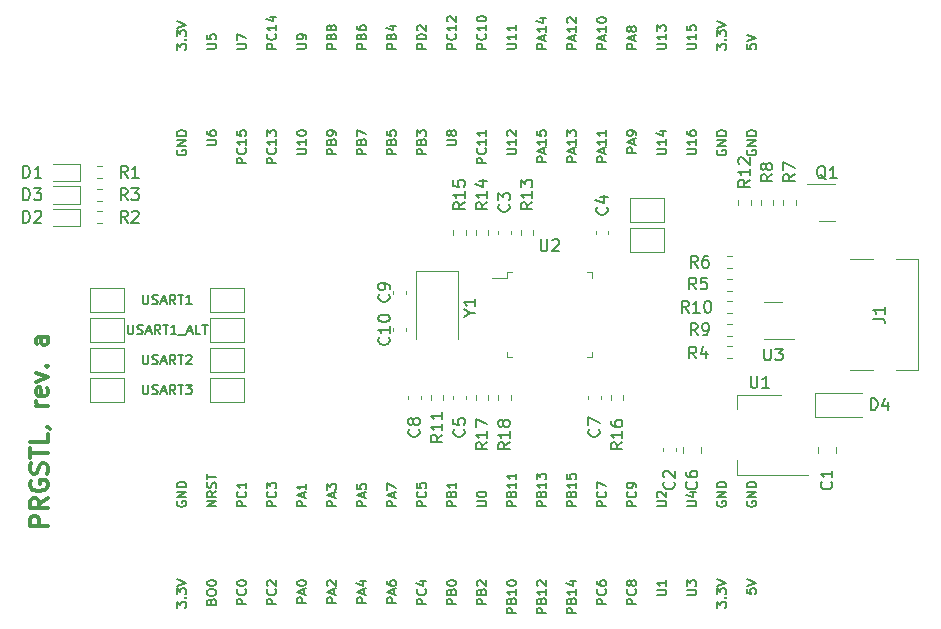
<source format=gbr>
G04 #@! TF.GenerationSoftware,KiCad,Pcbnew,6.0.1+dfsg-1*
G04 #@! TF.CreationDate,2022-01-29T09:59:12+08:00*
G04 #@! TF.ProjectId,prgstl,70726773-746c-42e6-9b69-6361645f7063,a*
G04 #@! TF.SameCoordinates,Original*
G04 #@! TF.FileFunction,Legend,Top*
G04 #@! TF.FilePolarity,Positive*
%FSLAX46Y46*%
G04 Gerber Fmt 4.6, Leading zero omitted, Abs format (unit mm)*
G04 Created by KiCad (PCBNEW 6.0.1+dfsg-1) date 2022-01-29 09:59:12*
%MOMM*%
%LPD*%
G01*
G04 APERTURE LIST*
%ADD10C,0.150000*%
%ADD11C,0.300000*%
%ADD12C,0.120000*%
G04 APERTURE END LIST*
D10*
X124961904Y-99891904D02*
X124961904Y-100539523D01*
X125000000Y-100615714D01*
X125038095Y-100653809D01*
X125114285Y-100691904D01*
X125266666Y-100691904D01*
X125342857Y-100653809D01*
X125380952Y-100615714D01*
X125419047Y-100539523D01*
X125419047Y-99891904D01*
X125761904Y-100653809D02*
X125876190Y-100691904D01*
X126066666Y-100691904D01*
X126142857Y-100653809D01*
X126180952Y-100615714D01*
X126219047Y-100539523D01*
X126219047Y-100463333D01*
X126180952Y-100387142D01*
X126142857Y-100349047D01*
X126066666Y-100310952D01*
X125914285Y-100272857D01*
X125838095Y-100234761D01*
X125800000Y-100196666D01*
X125761904Y-100120476D01*
X125761904Y-100044285D01*
X125800000Y-99968095D01*
X125838095Y-99930000D01*
X125914285Y-99891904D01*
X126104761Y-99891904D01*
X126219047Y-99930000D01*
X126523809Y-100463333D02*
X126904761Y-100463333D01*
X126447619Y-100691904D02*
X126714285Y-99891904D01*
X126980952Y-100691904D01*
X127704761Y-100691904D02*
X127438095Y-100310952D01*
X127247619Y-100691904D02*
X127247619Y-99891904D01*
X127552380Y-99891904D01*
X127628571Y-99930000D01*
X127666666Y-99968095D01*
X127704761Y-100044285D01*
X127704761Y-100158571D01*
X127666666Y-100234761D01*
X127628571Y-100272857D01*
X127552380Y-100310952D01*
X127247619Y-100310952D01*
X127933333Y-99891904D02*
X128390476Y-99891904D01*
X128161904Y-100691904D02*
X128161904Y-99891904D01*
X129076190Y-100691904D02*
X128619047Y-100691904D01*
X128847619Y-100691904D02*
X128847619Y-99891904D01*
X128771428Y-100006190D01*
X128695238Y-100082380D01*
X128619047Y-100120476D01*
X124961904Y-104971904D02*
X124961904Y-105619523D01*
X125000000Y-105695714D01*
X125038095Y-105733809D01*
X125114285Y-105771904D01*
X125266666Y-105771904D01*
X125342857Y-105733809D01*
X125380952Y-105695714D01*
X125419047Y-105619523D01*
X125419047Y-104971904D01*
X125761904Y-105733809D02*
X125876190Y-105771904D01*
X126066666Y-105771904D01*
X126142857Y-105733809D01*
X126180952Y-105695714D01*
X126219047Y-105619523D01*
X126219047Y-105543333D01*
X126180952Y-105467142D01*
X126142857Y-105429047D01*
X126066666Y-105390952D01*
X125914285Y-105352857D01*
X125838095Y-105314761D01*
X125800000Y-105276666D01*
X125761904Y-105200476D01*
X125761904Y-105124285D01*
X125800000Y-105048095D01*
X125838095Y-105010000D01*
X125914285Y-104971904D01*
X126104761Y-104971904D01*
X126219047Y-105010000D01*
X126523809Y-105543333D02*
X126904761Y-105543333D01*
X126447619Y-105771904D02*
X126714285Y-104971904D01*
X126980952Y-105771904D01*
X127704761Y-105771904D02*
X127438095Y-105390952D01*
X127247619Y-105771904D02*
X127247619Y-104971904D01*
X127552380Y-104971904D01*
X127628571Y-105010000D01*
X127666666Y-105048095D01*
X127704761Y-105124285D01*
X127704761Y-105238571D01*
X127666666Y-105314761D01*
X127628571Y-105352857D01*
X127552380Y-105390952D01*
X127247619Y-105390952D01*
X127933333Y-104971904D02*
X128390476Y-104971904D01*
X128161904Y-105771904D02*
X128161904Y-104971904D01*
X128619047Y-105048095D02*
X128657142Y-105010000D01*
X128733333Y-104971904D01*
X128923809Y-104971904D01*
X129000000Y-105010000D01*
X129038095Y-105048095D01*
X129076190Y-105124285D01*
X129076190Y-105200476D01*
X129038095Y-105314761D01*
X128580952Y-105771904D01*
X129076190Y-105771904D01*
X124961904Y-107511904D02*
X124961904Y-108159523D01*
X125000000Y-108235714D01*
X125038095Y-108273809D01*
X125114285Y-108311904D01*
X125266666Y-108311904D01*
X125342857Y-108273809D01*
X125380952Y-108235714D01*
X125419047Y-108159523D01*
X125419047Y-107511904D01*
X125761904Y-108273809D02*
X125876190Y-108311904D01*
X126066666Y-108311904D01*
X126142857Y-108273809D01*
X126180952Y-108235714D01*
X126219047Y-108159523D01*
X126219047Y-108083333D01*
X126180952Y-108007142D01*
X126142857Y-107969047D01*
X126066666Y-107930952D01*
X125914285Y-107892857D01*
X125838095Y-107854761D01*
X125800000Y-107816666D01*
X125761904Y-107740476D01*
X125761904Y-107664285D01*
X125800000Y-107588095D01*
X125838095Y-107550000D01*
X125914285Y-107511904D01*
X126104761Y-107511904D01*
X126219047Y-107550000D01*
X126523809Y-108083333D02*
X126904761Y-108083333D01*
X126447619Y-108311904D02*
X126714285Y-107511904D01*
X126980952Y-108311904D01*
X127704761Y-108311904D02*
X127438095Y-107930952D01*
X127247619Y-108311904D02*
X127247619Y-107511904D01*
X127552380Y-107511904D01*
X127628571Y-107550000D01*
X127666666Y-107588095D01*
X127704761Y-107664285D01*
X127704761Y-107778571D01*
X127666666Y-107854761D01*
X127628571Y-107892857D01*
X127552380Y-107930952D01*
X127247619Y-107930952D01*
X127933333Y-107511904D02*
X128390476Y-107511904D01*
X128161904Y-108311904D02*
X128161904Y-107511904D01*
X128580952Y-107511904D02*
X129076190Y-107511904D01*
X128809523Y-107816666D01*
X128923809Y-107816666D01*
X129000000Y-107854761D01*
X129038095Y-107892857D01*
X129076190Y-107969047D01*
X129076190Y-108159523D01*
X129038095Y-108235714D01*
X129000000Y-108273809D01*
X128923809Y-108311904D01*
X128695238Y-108311904D01*
X128619047Y-108273809D01*
X128580952Y-108235714D01*
D11*
X116883571Y-119462857D02*
X115383571Y-119462857D01*
X115383571Y-118891428D01*
X115455000Y-118748571D01*
X115526428Y-118677142D01*
X115669285Y-118605714D01*
X115883571Y-118605714D01*
X116026428Y-118677142D01*
X116097857Y-118748571D01*
X116169285Y-118891428D01*
X116169285Y-119462857D01*
X116883571Y-117105714D02*
X116169285Y-117605714D01*
X116883571Y-117962857D02*
X115383571Y-117962857D01*
X115383571Y-117391428D01*
X115455000Y-117248571D01*
X115526428Y-117177142D01*
X115669285Y-117105714D01*
X115883571Y-117105714D01*
X116026428Y-117177142D01*
X116097857Y-117248571D01*
X116169285Y-117391428D01*
X116169285Y-117962857D01*
X115455000Y-115677142D02*
X115383571Y-115820000D01*
X115383571Y-116034285D01*
X115455000Y-116248571D01*
X115597857Y-116391428D01*
X115740714Y-116462857D01*
X116026428Y-116534285D01*
X116240714Y-116534285D01*
X116526428Y-116462857D01*
X116669285Y-116391428D01*
X116812142Y-116248571D01*
X116883571Y-116034285D01*
X116883571Y-115891428D01*
X116812142Y-115677142D01*
X116740714Y-115605714D01*
X116240714Y-115605714D01*
X116240714Y-115891428D01*
X116812142Y-115034285D02*
X116883571Y-114820000D01*
X116883571Y-114462857D01*
X116812142Y-114320000D01*
X116740714Y-114248571D01*
X116597857Y-114177142D01*
X116455000Y-114177142D01*
X116312142Y-114248571D01*
X116240714Y-114320000D01*
X116169285Y-114462857D01*
X116097857Y-114748571D01*
X116026428Y-114891428D01*
X115955000Y-114962857D01*
X115812142Y-115034285D01*
X115669285Y-115034285D01*
X115526428Y-114962857D01*
X115455000Y-114891428D01*
X115383571Y-114748571D01*
X115383571Y-114391428D01*
X115455000Y-114177142D01*
X115383571Y-113748571D02*
X115383571Y-112891428D01*
X116883571Y-113320000D02*
X115383571Y-113320000D01*
X116883571Y-111677142D02*
X116883571Y-112391428D01*
X115383571Y-112391428D01*
X116812142Y-111105714D02*
X116883571Y-111105714D01*
X117026428Y-111177142D01*
X117097857Y-111248571D01*
X116883571Y-109320000D02*
X115883571Y-109320000D01*
X116169285Y-109320000D02*
X116026428Y-109248571D01*
X115955000Y-109177142D01*
X115883571Y-109034285D01*
X115883571Y-108891428D01*
X116812142Y-107820000D02*
X116883571Y-107962857D01*
X116883571Y-108248571D01*
X116812142Y-108391428D01*
X116669285Y-108462857D01*
X116097857Y-108462857D01*
X115955000Y-108391428D01*
X115883571Y-108248571D01*
X115883571Y-107962857D01*
X115955000Y-107820000D01*
X116097857Y-107748571D01*
X116240714Y-107748571D01*
X116383571Y-108462857D01*
X115883571Y-107248571D02*
X116883571Y-106891428D01*
X115883571Y-106534285D01*
X116740714Y-105962857D02*
X116812142Y-105891428D01*
X116883571Y-105962857D01*
X116812142Y-106034285D01*
X116740714Y-105962857D01*
X116883571Y-105962857D01*
X116883571Y-103462857D02*
X116097857Y-103462857D01*
X115955000Y-103534285D01*
X115883571Y-103677142D01*
X115883571Y-103962857D01*
X115955000Y-104105714D01*
X116812142Y-103462857D02*
X116883571Y-103605714D01*
X116883571Y-103962857D01*
X116812142Y-104105714D01*
X116669285Y-104177142D01*
X116526428Y-104177142D01*
X116383571Y-104105714D01*
X116312142Y-103962857D01*
X116312142Y-103605714D01*
X116240714Y-103462857D01*
D10*
X123685714Y-102431904D02*
X123685714Y-103079523D01*
X123723809Y-103155714D01*
X123761904Y-103193809D01*
X123838095Y-103231904D01*
X123990476Y-103231904D01*
X124066666Y-103193809D01*
X124104761Y-103155714D01*
X124142857Y-103079523D01*
X124142857Y-102431904D01*
X124485714Y-103193809D02*
X124600000Y-103231904D01*
X124790476Y-103231904D01*
X124866666Y-103193809D01*
X124904761Y-103155714D01*
X124942857Y-103079523D01*
X124942857Y-103003333D01*
X124904761Y-102927142D01*
X124866666Y-102889047D01*
X124790476Y-102850952D01*
X124638095Y-102812857D01*
X124561904Y-102774761D01*
X124523809Y-102736666D01*
X124485714Y-102660476D01*
X124485714Y-102584285D01*
X124523809Y-102508095D01*
X124561904Y-102470000D01*
X124638095Y-102431904D01*
X124828571Y-102431904D01*
X124942857Y-102470000D01*
X125247619Y-103003333D02*
X125628571Y-103003333D01*
X125171428Y-103231904D02*
X125438095Y-102431904D01*
X125704761Y-103231904D01*
X126428571Y-103231904D02*
X126161904Y-102850952D01*
X125971428Y-103231904D02*
X125971428Y-102431904D01*
X126276190Y-102431904D01*
X126352380Y-102470000D01*
X126390476Y-102508095D01*
X126428571Y-102584285D01*
X126428571Y-102698571D01*
X126390476Y-102774761D01*
X126352380Y-102812857D01*
X126276190Y-102850952D01*
X125971428Y-102850952D01*
X126657142Y-102431904D02*
X127114285Y-102431904D01*
X126885714Y-103231904D02*
X126885714Y-102431904D01*
X127800000Y-103231904D02*
X127342857Y-103231904D01*
X127571428Y-103231904D02*
X127571428Y-102431904D01*
X127495238Y-102546190D01*
X127419047Y-102622380D01*
X127342857Y-102660476D01*
X127952380Y-103308095D02*
X128561904Y-103308095D01*
X128714285Y-103003333D02*
X129095238Y-103003333D01*
X128638095Y-103231904D02*
X128904761Y-102431904D01*
X129171428Y-103231904D01*
X129819047Y-103231904D02*
X129438095Y-103231904D01*
X129438095Y-102431904D01*
X129971428Y-102431904D02*
X130428571Y-102431904D01*
X130200000Y-103231904D02*
X130200000Y-102431904D01*
G04 #@! TO.C,D4*
X186586904Y-109672380D02*
X186586904Y-108672380D01*
X186825000Y-108672380D01*
X186967857Y-108720000D01*
X187063095Y-108815238D01*
X187110714Y-108910476D01*
X187158333Y-109100952D01*
X187158333Y-109243809D01*
X187110714Y-109434285D01*
X187063095Y-109529523D01*
X186967857Y-109624761D01*
X186825000Y-109672380D01*
X186586904Y-109672380D01*
X188015476Y-109005714D02*
X188015476Y-109672380D01*
X187777380Y-108624761D02*
X187539285Y-109339047D01*
X188158333Y-109339047D01*
G04 #@! TO.C,J1*
X186777380Y-101933333D02*
X187491666Y-101933333D01*
X187634523Y-101980952D01*
X187729761Y-102076190D01*
X187777380Y-102219047D01*
X187777380Y-102314285D01*
X187777380Y-100933333D02*
X187777380Y-101504761D01*
X187777380Y-101219047D02*
X186777380Y-101219047D01*
X186920238Y-101314285D01*
X187015476Y-101409523D01*
X187063095Y-101504761D01*
G04 #@! TO.C,C3*
X155932142Y-92241666D02*
X155979761Y-92289285D01*
X156027380Y-92432142D01*
X156027380Y-92527380D01*
X155979761Y-92670238D01*
X155884523Y-92765476D01*
X155789285Y-92813095D01*
X155598809Y-92860714D01*
X155455952Y-92860714D01*
X155265476Y-92813095D01*
X155170238Y-92765476D01*
X155075000Y-92670238D01*
X155027380Y-92527380D01*
X155027380Y-92432142D01*
X155075000Y-92289285D01*
X155122619Y-92241666D01*
X155027380Y-91908333D02*
X155027380Y-91289285D01*
X155408333Y-91622619D01*
X155408333Y-91479761D01*
X155455952Y-91384523D01*
X155503571Y-91336904D01*
X155598809Y-91289285D01*
X155836904Y-91289285D01*
X155932142Y-91336904D01*
X155979761Y-91384523D01*
X156027380Y-91479761D01*
X156027380Y-91765476D01*
X155979761Y-91860714D01*
X155932142Y-91908333D01*
G04 #@! TO.C,C4*
X164222142Y-92486666D02*
X164269761Y-92534285D01*
X164317380Y-92677142D01*
X164317380Y-92772380D01*
X164269761Y-92915238D01*
X164174523Y-93010476D01*
X164079285Y-93058095D01*
X163888809Y-93105714D01*
X163745952Y-93105714D01*
X163555476Y-93058095D01*
X163460238Y-93010476D01*
X163365000Y-92915238D01*
X163317380Y-92772380D01*
X163317380Y-92677142D01*
X163365000Y-92534285D01*
X163412619Y-92486666D01*
X163650714Y-91629523D02*
X164317380Y-91629523D01*
X163269761Y-91867619D02*
X163984047Y-92105714D01*
X163984047Y-91486666D01*
G04 #@! TO.C,C5*
X152122142Y-111291666D02*
X152169761Y-111339285D01*
X152217380Y-111482142D01*
X152217380Y-111577380D01*
X152169761Y-111720238D01*
X152074523Y-111815476D01*
X151979285Y-111863095D01*
X151788809Y-111910714D01*
X151645952Y-111910714D01*
X151455476Y-111863095D01*
X151360238Y-111815476D01*
X151265000Y-111720238D01*
X151217380Y-111577380D01*
X151217380Y-111482142D01*
X151265000Y-111339285D01*
X151312619Y-111291666D01*
X151217380Y-110386904D02*
X151217380Y-110863095D01*
X151693571Y-110910714D01*
X151645952Y-110863095D01*
X151598333Y-110767857D01*
X151598333Y-110529761D01*
X151645952Y-110434523D01*
X151693571Y-110386904D01*
X151788809Y-110339285D01*
X152026904Y-110339285D01*
X152122142Y-110386904D01*
X152169761Y-110434523D01*
X152217380Y-110529761D01*
X152217380Y-110767857D01*
X152169761Y-110863095D01*
X152122142Y-110910714D01*
G04 #@! TO.C,C7*
X163552142Y-111291666D02*
X163599761Y-111339285D01*
X163647380Y-111482142D01*
X163647380Y-111577380D01*
X163599761Y-111720238D01*
X163504523Y-111815476D01*
X163409285Y-111863095D01*
X163218809Y-111910714D01*
X163075952Y-111910714D01*
X162885476Y-111863095D01*
X162790238Y-111815476D01*
X162695000Y-111720238D01*
X162647380Y-111577380D01*
X162647380Y-111482142D01*
X162695000Y-111339285D01*
X162742619Y-111291666D01*
X162647380Y-110958333D02*
X162647380Y-110291666D01*
X163647380Y-110720238D01*
G04 #@! TO.C,U1*
X176403095Y-106767380D02*
X176403095Y-107576904D01*
X176450714Y-107672142D01*
X176498333Y-107719761D01*
X176593571Y-107767380D01*
X176784047Y-107767380D01*
X176879285Y-107719761D01*
X176926904Y-107672142D01*
X176974523Y-107576904D01*
X176974523Y-106767380D01*
X177974523Y-107767380D02*
X177403095Y-107767380D01*
X177688809Y-107767380D02*
X177688809Y-106767380D01*
X177593571Y-106910238D01*
X177498333Y-107005476D01*
X177403095Y-107053095D01*
G04 #@! TO.C,C1*
X183237142Y-115736666D02*
X183284761Y-115784285D01*
X183332380Y-115927142D01*
X183332380Y-116022380D01*
X183284761Y-116165238D01*
X183189523Y-116260476D01*
X183094285Y-116308095D01*
X182903809Y-116355714D01*
X182760952Y-116355714D01*
X182570476Y-116308095D01*
X182475238Y-116260476D01*
X182380000Y-116165238D01*
X182332380Y-116022380D01*
X182332380Y-115927142D01*
X182380000Y-115784285D01*
X182427619Y-115736666D01*
X183332380Y-114784285D02*
X183332380Y-115355714D01*
X183332380Y-115070000D02*
X182332380Y-115070000D01*
X182475238Y-115165238D01*
X182570476Y-115260476D01*
X182618095Y-115355714D01*
G04 #@! TO.C,D1*
X114831904Y-89987380D02*
X114831904Y-88987380D01*
X115070000Y-88987380D01*
X115212857Y-89035000D01*
X115308095Y-89130238D01*
X115355714Y-89225476D01*
X115403333Y-89415952D01*
X115403333Y-89558809D01*
X115355714Y-89749285D01*
X115308095Y-89844523D01*
X115212857Y-89939761D01*
X115070000Y-89987380D01*
X114831904Y-89987380D01*
X116355714Y-89987380D02*
X115784285Y-89987380D01*
X116070000Y-89987380D02*
X116070000Y-88987380D01*
X115974761Y-89130238D01*
X115879523Y-89225476D01*
X115784285Y-89273095D01*
G04 #@! TO.C,R1*
X123658333Y-89987380D02*
X123325000Y-89511190D01*
X123086904Y-89987380D02*
X123086904Y-88987380D01*
X123467857Y-88987380D01*
X123563095Y-89035000D01*
X123610714Y-89082619D01*
X123658333Y-89177857D01*
X123658333Y-89320714D01*
X123610714Y-89415952D01*
X123563095Y-89463571D01*
X123467857Y-89511190D01*
X123086904Y-89511190D01*
X124610714Y-89987380D02*
X124039285Y-89987380D01*
X124325000Y-89987380D02*
X124325000Y-88987380D01*
X124229761Y-89130238D01*
X124134523Y-89225476D01*
X124039285Y-89273095D01*
G04 #@! TO.C,C9*
X145772142Y-99861666D02*
X145819761Y-99909285D01*
X145867380Y-100052142D01*
X145867380Y-100147380D01*
X145819761Y-100290238D01*
X145724523Y-100385476D01*
X145629285Y-100433095D01*
X145438809Y-100480714D01*
X145295952Y-100480714D01*
X145105476Y-100433095D01*
X145010238Y-100385476D01*
X144915000Y-100290238D01*
X144867380Y-100147380D01*
X144867380Y-100052142D01*
X144915000Y-99909285D01*
X144962619Y-99861666D01*
X145867380Y-99385476D02*
X145867380Y-99195000D01*
X145819761Y-99099761D01*
X145772142Y-99052142D01*
X145629285Y-98956904D01*
X145438809Y-98909285D01*
X145057857Y-98909285D01*
X144962619Y-98956904D01*
X144915000Y-99004523D01*
X144867380Y-99099761D01*
X144867380Y-99290238D01*
X144915000Y-99385476D01*
X144962619Y-99433095D01*
X145057857Y-99480714D01*
X145295952Y-99480714D01*
X145391190Y-99433095D01*
X145438809Y-99385476D01*
X145486428Y-99290238D01*
X145486428Y-99099761D01*
X145438809Y-99004523D01*
X145391190Y-98956904D01*
X145295952Y-98909285D01*
G04 #@! TO.C,C10*
X145772142Y-103512857D02*
X145819761Y-103560476D01*
X145867380Y-103703333D01*
X145867380Y-103798571D01*
X145819761Y-103941428D01*
X145724523Y-104036666D01*
X145629285Y-104084285D01*
X145438809Y-104131904D01*
X145295952Y-104131904D01*
X145105476Y-104084285D01*
X145010238Y-104036666D01*
X144915000Y-103941428D01*
X144867380Y-103798571D01*
X144867380Y-103703333D01*
X144915000Y-103560476D01*
X144962619Y-103512857D01*
X145867380Y-102560476D02*
X145867380Y-103131904D01*
X145867380Y-102846190D02*
X144867380Y-102846190D01*
X145010238Y-102941428D01*
X145105476Y-103036666D01*
X145153095Y-103131904D01*
X144867380Y-101941428D02*
X144867380Y-101846190D01*
X144915000Y-101750952D01*
X144962619Y-101703333D01*
X145057857Y-101655714D01*
X145248333Y-101608095D01*
X145486428Y-101608095D01*
X145676904Y-101655714D01*
X145772142Y-101703333D01*
X145819761Y-101750952D01*
X145867380Y-101846190D01*
X145867380Y-101941428D01*
X145819761Y-102036666D01*
X145772142Y-102084285D01*
X145676904Y-102131904D01*
X145486428Y-102179523D01*
X145248333Y-102179523D01*
X145057857Y-102131904D01*
X144962619Y-102084285D01*
X144915000Y-102036666D01*
X144867380Y-101941428D01*
G04 #@! TO.C,J2*
X146411904Y-87993928D02*
X145611904Y-87993928D01*
X145611904Y-87689166D01*
X145650000Y-87612976D01*
X145688095Y-87574880D01*
X145764285Y-87536785D01*
X145878571Y-87536785D01*
X145954761Y-87574880D01*
X145992857Y-87612976D01*
X146030952Y-87689166D01*
X146030952Y-87993928D01*
X145992857Y-86927261D02*
X146030952Y-86812976D01*
X146069047Y-86774880D01*
X146145238Y-86736785D01*
X146259523Y-86736785D01*
X146335714Y-86774880D01*
X146373809Y-86812976D01*
X146411904Y-86889166D01*
X146411904Y-87193928D01*
X145611904Y-87193928D01*
X145611904Y-86927261D01*
X145650000Y-86851071D01*
X145688095Y-86812976D01*
X145764285Y-86774880D01*
X145840476Y-86774880D01*
X145916666Y-86812976D01*
X145954761Y-86851071D01*
X145992857Y-86927261D01*
X145992857Y-87193928D01*
X145611904Y-86012976D02*
X145611904Y-86393928D01*
X145992857Y-86432023D01*
X145954761Y-86393928D01*
X145916666Y-86317738D01*
X145916666Y-86127261D01*
X145954761Y-86051071D01*
X145992857Y-86012976D01*
X146069047Y-85974880D01*
X146259523Y-85974880D01*
X146335714Y-86012976D01*
X146373809Y-86051071D01*
X146411904Y-86127261D01*
X146411904Y-86317738D01*
X146373809Y-86393928D01*
X146335714Y-86432023D01*
X143871904Y-125979642D02*
X143071904Y-125979642D01*
X143071904Y-125674880D01*
X143110000Y-125598690D01*
X143148095Y-125560595D01*
X143224285Y-125522500D01*
X143338571Y-125522500D01*
X143414761Y-125560595D01*
X143452857Y-125598690D01*
X143490952Y-125674880D01*
X143490952Y-125979642D01*
X143643333Y-125217738D02*
X143643333Y-124836785D01*
X143871904Y-125293928D02*
X143071904Y-125027261D01*
X143871904Y-124760595D01*
X143338571Y-124151071D02*
X143871904Y-124151071D01*
X143033809Y-124341547D02*
X143605238Y-124532023D01*
X143605238Y-124036785D01*
X143871904Y-79087023D02*
X143071904Y-79087023D01*
X143071904Y-78782261D01*
X143110000Y-78706071D01*
X143148095Y-78667976D01*
X143224285Y-78629880D01*
X143338571Y-78629880D01*
X143414761Y-78667976D01*
X143452857Y-78706071D01*
X143490952Y-78782261D01*
X143490952Y-79087023D01*
X143452857Y-78020357D02*
X143490952Y-77906071D01*
X143529047Y-77867976D01*
X143605238Y-77829880D01*
X143719523Y-77829880D01*
X143795714Y-77867976D01*
X143833809Y-77906071D01*
X143871904Y-77982261D01*
X143871904Y-78287023D01*
X143071904Y-78287023D01*
X143071904Y-78020357D01*
X143110000Y-77944166D01*
X143148095Y-77906071D01*
X143224285Y-77867976D01*
X143300476Y-77867976D01*
X143376666Y-77906071D01*
X143414761Y-77944166D01*
X143452857Y-78020357D01*
X143452857Y-78287023D01*
X143071904Y-77144166D02*
X143071904Y-77296547D01*
X143110000Y-77372738D01*
X143148095Y-77410833D01*
X143262380Y-77487023D01*
X143414761Y-77525119D01*
X143719523Y-77525119D01*
X143795714Y-77487023D01*
X143833809Y-77448928D01*
X143871904Y-77372738D01*
X143871904Y-77220357D01*
X143833809Y-77144166D01*
X143795714Y-77106071D01*
X143719523Y-77067976D01*
X143529047Y-77067976D01*
X143452857Y-77106071D01*
X143414761Y-77144166D01*
X143376666Y-77220357D01*
X143376666Y-77372738D01*
X143414761Y-77448928D01*
X143452857Y-77487023D01*
X143529047Y-77525119D01*
X150691904Y-87232023D02*
X151339523Y-87232023D01*
X151415714Y-87193928D01*
X151453809Y-87155833D01*
X151491904Y-87079642D01*
X151491904Y-86927261D01*
X151453809Y-86851071D01*
X151415714Y-86812976D01*
X151339523Y-86774880D01*
X150691904Y-86774880D01*
X151034761Y-86279642D02*
X150996666Y-86355833D01*
X150958571Y-86393928D01*
X150882380Y-86432023D01*
X150844285Y-86432023D01*
X150768095Y-86393928D01*
X150730000Y-86355833D01*
X150691904Y-86279642D01*
X150691904Y-86127261D01*
X150730000Y-86051071D01*
X150768095Y-86012976D01*
X150844285Y-85974880D01*
X150882380Y-85974880D01*
X150958571Y-86012976D01*
X150996666Y-86051071D01*
X151034761Y-86127261D01*
X151034761Y-86279642D01*
X151072857Y-86355833D01*
X151110952Y-86393928D01*
X151187142Y-86432023D01*
X151339523Y-86432023D01*
X151415714Y-86393928D01*
X151453809Y-86355833D01*
X151491904Y-86279642D01*
X151491904Y-86127261D01*
X151453809Y-86051071D01*
X151415714Y-86012976D01*
X151339523Y-85974880D01*
X151187142Y-85974880D01*
X151110952Y-86012976D01*
X151072857Y-86051071D01*
X151034761Y-86127261D01*
X130371904Y-87232023D02*
X131019523Y-87232023D01*
X131095714Y-87193928D01*
X131133809Y-87155833D01*
X131171904Y-87079642D01*
X131171904Y-86927261D01*
X131133809Y-86851071D01*
X131095714Y-86812976D01*
X131019523Y-86774880D01*
X130371904Y-86774880D01*
X130371904Y-86051071D02*
X130371904Y-86203452D01*
X130410000Y-86279642D01*
X130448095Y-86317738D01*
X130562380Y-86393928D01*
X130714761Y-86432023D01*
X131019523Y-86432023D01*
X131095714Y-86393928D01*
X131133809Y-86355833D01*
X131171904Y-86279642D01*
X131171904Y-86127261D01*
X131133809Y-86051071D01*
X131095714Y-86012976D01*
X131019523Y-85974880D01*
X130829047Y-85974880D01*
X130752857Y-86012976D01*
X130714761Y-86051071D01*
X130676666Y-86127261D01*
X130676666Y-86279642D01*
X130714761Y-86355833D01*
X130752857Y-86393928D01*
X130829047Y-86432023D01*
X154031904Y-79087023D02*
X153231904Y-79087023D01*
X153231904Y-78782261D01*
X153270000Y-78706071D01*
X153308095Y-78667976D01*
X153384285Y-78629880D01*
X153498571Y-78629880D01*
X153574761Y-78667976D01*
X153612857Y-78706071D01*
X153650952Y-78782261D01*
X153650952Y-79087023D01*
X153955714Y-77829880D02*
X153993809Y-77867976D01*
X154031904Y-77982261D01*
X154031904Y-78058452D01*
X153993809Y-78172738D01*
X153917619Y-78248928D01*
X153841428Y-78287023D01*
X153689047Y-78325119D01*
X153574761Y-78325119D01*
X153422380Y-78287023D01*
X153346190Y-78248928D01*
X153270000Y-78172738D01*
X153231904Y-78058452D01*
X153231904Y-77982261D01*
X153270000Y-77867976D01*
X153308095Y-77829880D01*
X154031904Y-77067976D02*
X154031904Y-77525119D01*
X154031904Y-77296547D02*
X153231904Y-77296547D01*
X153346190Y-77372738D01*
X153422380Y-77448928D01*
X153460476Y-77525119D01*
X153231904Y-76572738D02*
X153231904Y-76496547D01*
X153270000Y-76420357D01*
X153308095Y-76382261D01*
X153384285Y-76344166D01*
X153536666Y-76306071D01*
X153727142Y-76306071D01*
X153879523Y-76344166D01*
X153955714Y-76382261D01*
X153993809Y-76420357D01*
X154031904Y-76496547D01*
X154031904Y-76572738D01*
X153993809Y-76648928D01*
X153955714Y-76687023D01*
X153879523Y-76725119D01*
X153727142Y-76763214D01*
X153536666Y-76763214D01*
X153384285Y-76725119D01*
X153308095Y-76687023D01*
X153270000Y-76648928D01*
X153231904Y-76572738D01*
X168471904Y-117822023D02*
X169119523Y-117822023D01*
X169195714Y-117783928D01*
X169233809Y-117745833D01*
X169271904Y-117669642D01*
X169271904Y-117517261D01*
X169233809Y-117441071D01*
X169195714Y-117402976D01*
X169119523Y-117364880D01*
X168471904Y-117364880D01*
X168548095Y-117022023D02*
X168510000Y-116983928D01*
X168471904Y-116907738D01*
X168471904Y-116717261D01*
X168510000Y-116641071D01*
X168548095Y-116602976D01*
X168624285Y-116564880D01*
X168700476Y-116564880D01*
X168814761Y-116602976D01*
X169271904Y-117060119D01*
X169271904Y-116564880D01*
X136251904Y-88755833D02*
X135451904Y-88755833D01*
X135451904Y-88451071D01*
X135490000Y-88374880D01*
X135528095Y-88336785D01*
X135604285Y-88298690D01*
X135718571Y-88298690D01*
X135794761Y-88336785D01*
X135832857Y-88374880D01*
X135870952Y-88451071D01*
X135870952Y-88755833D01*
X136175714Y-87498690D02*
X136213809Y-87536785D01*
X136251904Y-87651071D01*
X136251904Y-87727261D01*
X136213809Y-87841547D01*
X136137619Y-87917738D01*
X136061428Y-87955833D01*
X135909047Y-87993928D01*
X135794761Y-87993928D01*
X135642380Y-87955833D01*
X135566190Y-87917738D01*
X135490000Y-87841547D01*
X135451904Y-87727261D01*
X135451904Y-87651071D01*
X135490000Y-87536785D01*
X135528095Y-87498690D01*
X136251904Y-86736785D02*
X136251904Y-87193928D01*
X136251904Y-86965357D02*
X135451904Y-86965357D01*
X135566190Y-87041547D01*
X135642380Y-87117738D01*
X135680476Y-87193928D01*
X135451904Y-86470119D02*
X135451904Y-85974880D01*
X135756666Y-86241547D01*
X135756666Y-86127261D01*
X135794761Y-86051071D01*
X135832857Y-86012976D01*
X135909047Y-85974880D01*
X136099523Y-85974880D01*
X136175714Y-86012976D01*
X136213809Y-86051071D01*
X136251904Y-86127261D01*
X136251904Y-86355833D01*
X136213809Y-86432023D01*
X136175714Y-86470119D01*
X133711904Y-126093928D02*
X132911904Y-126093928D01*
X132911904Y-125789166D01*
X132950000Y-125712976D01*
X132988095Y-125674880D01*
X133064285Y-125636785D01*
X133178571Y-125636785D01*
X133254761Y-125674880D01*
X133292857Y-125712976D01*
X133330952Y-125789166D01*
X133330952Y-126093928D01*
X133635714Y-124836785D02*
X133673809Y-124874880D01*
X133711904Y-124989166D01*
X133711904Y-125065357D01*
X133673809Y-125179642D01*
X133597619Y-125255833D01*
X133521428Y-125293928D01*
X133369047Y-125332023D01*
X133254761Y-125332023D01*
X133102380Y-125293928D01*
X133026190Y-125255833D01*
X132950000Y-125179642D01*
X132911904Y-125065357D01*
X132911904Y-124989166D01*
X132950000Y-124874880D01*
X132988095Y-124836785D01*
X132911904Y-124341547D02*
X132911904Y-124265357D01*
X132950000Y-124189166D01*
X132988095Y-124151071D01*
X133064285Y-124112976D01*
X133216666Y-124074880D01*
X133407142Y-124074880D01*
X133559523Y-124112976D01*
X133635714Y-124151071D01*
X133673809Y-124189166D01*
X133711904Y-124265357D01*
X133711904Y-124341547D01*
X133673809Y-124417738D01*
X133635714Y-124455833D01*
X133559523Y-124493928D01*
X133407142Y-124532023D01*
X133216666Y-124532023D01*
X133064285Y-124493928D01*
X132988095Y-124455833D01*
X132950000Y-124417738D01*
X132911904Y-124341547D01*
X130752857Y-125865357D02*
X130790952Y-125751071D01*
X130829047Y-125712976D01*
X130905238Y-125674880D01*
X131019523Y-125674880D01*
X131095714Y-125712976D01*
X131133809Y-125751071D01*
X131171904Y-125827261D01*
X131171904Y-126132023D01*
X130371904Y-126132023D01*
X130371904Y-125865357D01*
X130410000Y-125789166D01*
X130448095Y-125751071D01*
X130524285Y-125712976D01*
X130600476Y-125712976D01*
X130676666Y-125751071D01*
X130714761Y-125789166D01*
X130752857Y-125865357D01*
X130752857Y-126132023D01*
X130371904Y-125179642D02*
X130371904Y-125027261D01*
X130410000Y-124951071D01*
X130486190Y-124874880D01*
X130638571Y-124836785D01*
X130905238Y-124836785D01*
X131057619Y-124874880D01*
X131133809Y-124951071D01*
X131171904Y-125027261D01*
X131171904Y-125179642D01*
X131133809Y-125255833D01*
X131057619Y-125332023D01*
X130905238Y-125370119D01*
X130638571Y-125370119D01*
X130486190Y-125332023D01*
X130410000Y-125255833D01*
X130371904Y-125179642D01*
X130371904Y-124341547D02*
X130371904Y-124265357D01*
X130410000Y-124189166D01*
X130448095Y-124151071D01*
X130524285Y-124112976D01*
X130676666Y-124074880D01*
X130867142Y-124074880D01*
X131019523Y-124112976D01*
X131095714Y-124151071D01*
X131133809Y-124189166D01*
X131171904Y-124265357D01*
X131171904Y-124341547D01*
X131133809Y-124417738D01*
X131095714Y-124455833D01*
X131019523Y-124493928D01*
X130867142Y-124532023D01*
X130676666Y-124532023D01*
X130524285Y-124493928D01*
X130448095Y-124455833D01*
X130410000Y-124417738D01*
X130371904Y-124341547D01*
X127831904Y-79163214D02*
X127831904Y-78667976D01*
X128136666Y-78934642D01*
X128136666Y-78820357D01*
X128174761Y-78744166D01*
X128212857Y-78706071D01*
X128289047Y-78667976D01*
X128479523Y-78667976D01*
X128555714Y-78706071D01*
X128593809Y-78744166D01*
X128631904Y-78820357D01*
X128631904Y-79048928D01*
X128593809Y-79125119D01*
X128555714Y-79163214D01*
X128555714Y-78325119D02*
X128593809Y-78287023D01*
X128631904Y-78325119D01*
X128593809Y-78363214D01*
X128555714Y-78325119D01*
X128631904Y-78325119D01*
X127831904Y-78020357D02*
X127831904Y-77525119D01*
X128136666Y-77791785D01*
X128136666Y-77677500D01*
X128174761Y-77601309D01*
X128212857Y-77563214D01*
X128289047Y-77525119D01*
X128479523Y-77525119D01*
X128555714Y-77563214D01*
X128593809Y-77601309D01*
X128631904Y-77677500D01*
X128631904Y-77906071D01*
X128593809Y-77982261D01*
X128555714Y-78020357D01*
X127831904Y-77296547D02*
X128631904Y-77029880D01*
X127831904Y-76763214D01*
X156571904Y-126855833D02*
X155771904Y-126855833D01*
X155771904Y-126551071D01*
X155810000Y-126474880D01*
X155848095Y-126436785D01*
X155924285Y-126398690D01*
X156038571Y-126398690D01*
X156114761Y-126436785D01*
X156152857Y-126474880D01*
X156190952Y-126551071D01*
X156190952Y-126855833D01*
X156152857Y-125789166D02*
X156190952Y-125674880D01*
X156229047Y-125636785D01*
X156305238Y-125598690D01*
X156419523Y-125598690D01*
X156495714Y-125636785D01*
X156533809Y-125674880D01*
X156571904Y-125751071D01*
X156571904Y-126055833D01*
X155771904Y-126055833D01*
X155771904Y-125789166D01*
X155810000Y-125712976D01*
X155848095Y-125674880D01*
X155924285Y-125636785D01*
X156000476Y-125636785D01*
X156076666Y-125674880D01*
X156114761Y-125712976D01*
X156152857Y-125789166D01*
X156152857Y-126055833D01*
X156571904Y-124836785D02*
X156571904Y-125293928D01*
X156571904Y-125065357D02*
X155771904Y-125065357D01*
X155886190Y-125141547D01*
X155962380Y-125217738D01*
X156000476Y-125293928D01*
X155771904Y-124341547D02*
X155771904Y-124265357D01*
X155810000Y-124189166D01*
X155848095Y-124151071D01*
X155924285Y-124112976D01*
X156076666Y-124074880D01*
X156267142Y-124074880D01*
X156419523Y-124112976D01*
X156495714Y-124151071D01*
X156533809Y-124189166D01*
X156571904Y-124265357D01*
X156571904Y-124341547D01*
X156533809Y-124417738D01*
X156495714Y-124455833D01*
X156419523Y-124493928D01*
X156267142Y-124532023D01*
X156076666Y-124532023D01*
X155924285Y-124493928D01*
X155848095Y-124455833D01*
X155810000Y-124417738D01*
X155771904Y-124341547D01*
X133711904Y-88755833D02*
X132911904Y-88755833D01*
X132911904Y-88451071D01*
X132950000Y-88374880D01*
X132988095Y-88336785D01*
X133064285Y-88298690D01*
X133178571Y-88298690D01*
X133254761Y-88336785D01*
X133292857Y-88374880D01*
X133330952Y-88451071D01*
X133330952Y-88755833D01*
X133635714Y-87498690D02*
X133673809Y-87536785D01*
X133711904Y-87651071D01*
X133711904Y-87727261D01*
X133673809Y-87841547D01*
X133597619Y-87917738D01*
X133521428Y-87955833D01*
X133369047Y-87993928D01*
X133254761Y-87993928D01*
X133102380Y-87955833D01*
X133026190Y-87917738D01*
X132950000Y-87841547D01*
X132911904Y-87727261D01*
X132911904Y-87651071D01*
X132950000Y-87536785D01*
X132988095Y-87498690D01*
X133711904Y-86736785D02*
X133711904Y-87193928D01*
X133711904Y-86965357D02*
X132911904Y-86965357D01*
X133026190Y-87041547D01*
X133102380Y-87117738D01*
X133140476Y-87193928D01*
X132911904Y-86012976D02*
X132911904Y-86393928D01*
X133292857Y-86432023D01*
X133254761Y-86393928D01*
X133216666Y-86317738D01*
X133216666Y-86127261D01*
X133254761Y-86051071D01*
X133292857Y-86012976D01*
X133369047Y-85974880D01*
X133559523Y-85974880D01*
X133635714Y-86012976D01*
X133673809Y-86051071D01*
X133711904Y-86127261D01*
X133711904Y-86317738D01*
X133673809Y-86393928D01*
X133635714Y-86432023D01*
X137991904Y-87993928D02*
X138639523Y-87993928D01*
X138715714Y-87955833D01*
X138753809Y-87917738D01*
X138791904Y-87841547D01*
X138791904Y-87689166D01*
X138753809Y-87612976D01*
X138715714Y-87574880D01*
X138639523Y-87536785D01*
X137991904Y-87536785D01*
X138791904Y-86736785D02*
X138791904Y-87193928D01*
X138791904Y-86965357D02*
X137991904Y-86965357D01*
X138106190Y-87041547D01*
X138182380Y-87117738D01*
X138220476Y-87193928D01*
X137991904Y-86241547D02*
X137991904Y-86165357D01*
X138030000Y-86089166D01*
X138068095Y-86051071D01*
X138144285Y-86012976D01*
X138296666Y-85974880D01*
X138487142Y-85974880D01*
X138639523Y-86012976D01*
X138715714Y-86051071D01*
X138753809Y-86089166D01*
X138791904Y-86165357D01*
X138791904Y-86241547D01*
X138753809Y-86317738D01*
X138715714Y-86355833D01*
X138639523Y-86393928D01*
X138487142Y-86432023D01*
X138296666Y-86432023D01*
X138144285Y-86393928D01*
X138068095Y-86355833D01*
X138030000Y-86317738D01*
X137991904Y-86241547D01*
X131171904Y-117822023D02*
X130371904Y-117822023D01*
X131171904Y-117364880D01*
X130371904Y-117364880D01*
X131171904Y-116526785D02*
X130790952Y-116793452D01*
X131171904Y-116983928D02*
X130371904Y-116983928D01*
X130371904Y-116679166D01*
X130410000Y-116602976D01*
X130448095Y-116564880D01*
X130524285Y-116526785D01*
X130638571Y-116526785D01*
X130714761Y-116564880D01*
X130752857Y-116602976D01*
X130790952Y-116679166D01*
X130790952Y-116983928D01*
X131133809Y-116222023D02*
X131171904Y-116107738D01*
X131171904Y-115917261D01*
X131133809Y-115841071D01*
X131095714Y-115802976D01*
X131019523Y-115764880D01*
X130943333Y-115764880D01*
X130867142Y-115802976D01*
X130829047Y-115841071D01*
X130790952Y-115917261D01*
X130752857Y-116069642D01*
X130714761Y-116145833D01*
X130676666Y-116183928D01*
X130600476Y-116222023D01*
X130524285Y-116222023D01*
X130448095Y-116183928D01*
X130410000Y-116145833D01*
X130371904Y-116069642D01*
X130371904Y-115879166D01*
X130410000Y-115764880D01*
X130371904Y-115536309D02*
X130371904Y-115079166D01*
X131171904Y-115307738D02*
X130371904Y-115307738D01*
X146411904Y-125979642D02*
X145611904Y-125979642D01*
X145611904Y-125674880D01*
X145650000Y-125598690D01*
X145688095Y-125560595D01*
X145764285Y-125522500D01*
X145878571Y-125522500D01*
X145954761Y-125560595D01*
X145992857Y-125598690D01*
X146030952Y-125674880D01*
X146030952Y-125979642D01*
X146183333Y-125217738D02*
X146183333Y-124836785D01*
X146411904Y-125293928D02*
X145611904Y-125027261D01*
X146411904Y-124760595D01*
X145611904Y-124151071D02*
X145611904Y-124303452D01*
X145650000Y-124379642D01*
X145688095Y-124417738D01*
X145802380Y-124493928D01*
X145954761Y-124532023D01*
X146259523Y-124532023D01*
X146335714Y-124493928D01*
X146373809Y-124455833D01*
X146411904Y-124379642D01*
X146411904Y-124227261D01*
X146373809Y-124151071D01*
X146335714Y-124112976D01*
X146259523Y-124074880D01*
X146069047Y-124074880D01*
X145992857Y-124112976D01*
X145954761Y-124151071D01*
X145916666Y-124227261D01*
X145916666Y-124379642D01*
X145954761Y-124455833D01*
X145992857Y-124493928D01*
X146069047Y-124532023D01*
X141331904Y-125979642D02*
X140531904Y-125979642D01*
X140531904Y-125674880D01*
X140570000Y-125598690D01*
X140608095Y-125560595D01*
X140684285Y-125522500D01*
X140798571Y-125522500D01*
X140874761Y-125560595D01*
X140912857Y-125598690D01*
X140950952Y-125674880D01*
X140950952Y-125979642D01*
X141103333Y-125217738D02*
X141103333Y-124836785D01*
X141331904Y-125293928D02*
X140531904Y-125027261D01*
X141331904Y-124760595D01*
X140608095Y-124532023D02*
X140570000Y-124493928D01*
X140531904Y-124417738D01*
X140531904Y-124227261D01*
X140570000Y-124151071D01*
X140608095Y-124112976D01*
X140684285Y-124074880D01*
X140760476Y-124074880D01*
X140874761Y-124112976D01*
X141331904Y-124570119D01*
X141331904Y-124074880D01*
X171011904Y-125332023D02*
X171659523Y-125332023D01*
X171735714Y-125293928D01*
X171773809Y-125255833D01*
X171811904Y-125179642D01*
X171811904Y-125027261D01*
X171773809Y-124951071D01*
X171735714Y-124912976D01*
X171659523Y-124874880D01*
X171011904Y-124874880D01*
X171011904Y-124570119D02*
X171011904Y-124074880D01*
X171316666Y-124341547D01*
X171316666Y-124227261D01*
X171354761Y-124151071D01*
X171392857Y-124112976D01*
X171469047Y-124074880D01*
X171659523Y-124074880D01*
X171735714Y-124112976D01*
X171773809Y-124151071D01*
X171811904Y-124227261D01*
X171811904Y-124455833D01*
X171773809Y-124532023D01*
X171735714Y-124570119D01*
X161651904Y-79087023D02*
X160851904Y-79087023D01*
X160851904Y-78782261D01*
X160890000Y-78706071D01*
X160928095Y-78667976D01*
X161004285Y-78629880D01*
X161118571Y-78629880D01*
X161194761Y-78667976D01*
X161232857Y-78706071D01*
X161270952Y-78782261D01*
X161270952Y-79087023D01*
X161423333Y-78325119D02*
X161423333Y-77944166D01*
X161651904Y-78401309D02*
X160851904Y-78134642D01*
X161651904Y-77867976D01*
X161651904Y-77182261D02*
X161651904Y-77639404D01*
X161651904Y-77410833D02*
X160851904Y-77410833D01*
X160966190Y-77487023D01*
X161042380Y-77563214D01*
X161080476Y-77639404D01*
X160928095Y-76877500D02*
X160890000Y-76839404D01*
X160851904Y-76763214D01*
X160851904Y-76572738D01*
X160890000Y-76496547D01*
X160928095Y-76458452D01*
X161004285Y-76420357D01*
X161080476Y-76420357D01*
X161194761Y-76458452D01*
X161651904Y-76915595D01*
X161651904Y-76420357D01*
X154031904Y-88755833D02*
X153231904Y-88755833D01*
X153231904Y-88451071D01*
X153270000Y-88374880D01*
X153308095Y-88336785D01*
X153384285Y-88298690D01*
X153498571Y-88298690D01*
X153574761Y-88336785D01*
X153612857Y-88374880D01*
X153650952Y-88451071D01*
X153650952Y-88755833D01*
X153955714Y-87498690D02*
X153993809Y-87536785D01*
X154031904Y-87651071D01*
X154031904Y-87727261D01*
X153993809Y-87841547D01*
X153917619Y-87917738D01*
X153841428Y-87955833D01*
X153689047Y-87993928D01*
X153574761Y-87993928D01*
X153422380Y-87955833D01*
X153346190Y-87917738D01*
X153270000Y-87841547D01*
X153231904Y-87727261D01*
X153231904Y-87651071D01*
X153270000Y-87536785D01*
X153308095Y-87498690D01*
X154031904Y-86736785D02*
X154031904Y-87193928D01*
X154031904Y-86965357D02*
X153231904Y-86965357D01*
X153346190Y-87041547D01*
X153422380Y-87117738D01*
X153460476Y-87193928D01*
X154031904Y-85974880D02*
X154031904Y-86432023D01*
X154031904Y-86203452D02*
X153231904Y-86203452D01*
X153346190Y-86279642D01*
X153422380Y-86355833D01*
X153460476Y-86432023D01*
X176130000Y-117402976D02*
X176091904Y-117479166D01*
X176091904Y-117593452D01*
X176130000Y-117707738D01*
X176206190Y-117783928D01*
X176282380Y-117822023D01*
X176434761Y-117860119D01*
X176549047Y-117860119D01*
X176701428Y-117822023D01*
X176777619Y-117783928D01*
X176853809Y-117707738D01*
X176891904Y-117593452D01*
X176891904Y-117517261D01*
X176853809Y-117402976D01*
X176815714Y-117364880D01*
X176549047Y-117364880D01*
X176549047Y-117517261D01*
X176891904Y-117022023D02*
X176091904Y-117022023D01*
X176891904Y-116564880D01*
X176091904Y-116564880D01*
X176891904Y-116183928D02*
X176091904Y-116183928D01*
X176091904Y-115993452D01*
X176130000Y-115879166D01*
X176206190Y-115802976D01*
X176282380Y-115764880D01*
X176434761Y-115726785D01*
X176549047Y-115726785D01*
X176701428Y-115764880D01*
X176777619Y-115802976D01*
X176853809Y-115879166D01*
X176891904Y-115993452D01*
X176891904Y-116183928D01*
X127870000Y-87651071D02*
X127831904Y-87727261D01*
X127831904Y-87841547D01*
X127870000Y-87955833D01*
X127946190Y-88032023D01*
X128022380Y-88070119D01*
X128174761Y-88108214D01*
X128289047Y-88108214D01*
X128441428Y-88070119D01*
X128517619Y-88032023D01*
X128593809Y-87955833D01*
X128631904Y-87841547D01*
X128631904Y-87765357D01*
X128593809Y-87651071D01*
X128555714Y-87612976D01*
X128289047Y-87612976D01*
X128289047Y-87765357D01*
X128631904Y-87270119D02*
X127831904Y-87270119D01*
X128631904Y-86812976D01*
X127831904Y-86812976D01*
X128631904Y-86432023D02*
X127831904Y-86432023D01*
X127831904Y-86241547D01*
X127870000Y-86127261D01*
X127946190Y-86051071D01*
X128022380Y-86012976D01*
X128174761Y-85974880D01*
X128289047Y-85974880D01*
X128441428Y-86012976D01*
X128517619Y-86051071D01*
X128593809Y-86127261D01*
X128631904Y-86241547D01*
X128631904Y-86432023D01*
X146411904Y-79087023D02*
X145611904Y-79087023D01*
X145611904Y-78782261D01*
X145650000Y-78706071D01*
X145688095Y-78667976D01*
X145764285Y-78629880D01*
X145878571Y-78629880D01*
X145954761Y-78667976D01*
X145992857Y-78706071D01*
X146030952Y-78782261D01*
X146030952Y-79087023D01*
X145992857Y-78020357D02*
X146030952Y-77906071D01*
X146069047Y-77867976D01*
X146145238Y-77829880D01*
X146259523Y-77829880D01*
X146335714Y-77867976D01*
X146373809Y-77906071D01*
X146411904Y-77982261D01*
X146411904Y-78287023D01*
X145611904Y-78287023D01*
X145611904Y-78020357D01*
X145650000Y-77944166D01*
X145688095Y-77906071D01*
X145764285Y-77867976D01*
X145840476Y-77867976D01*
X145916666Y-77906071D01*
X145954761Y-77944166D01*
X145992857Y-78020357D01*
X145992857Y-78287023D01*
X145878571Y-77144166D02*
X146411904Y-77144166D01*
X145573809Y-77334642D02*
X146145238Y-77525119D01*
X146145238Y-77029880D01*
X176091904Y-124798690D02*
X176091904Y-125179642D01*
X176472857Y-125217738D01*
X176434761Y-125179642D01*
X176396666Y-125103452D01*
X176396666Y-124912976D01*
X176434761Y-124836785D01*
X176472857Y-124798690D01*
X176549047Y-124760595D01*
X176739523Y-124760595D01*
X176815714Y-124798690D01*
X176853809Y-124836785D01*
X176891904Y-124912976D01*
X176891904Y-125103452D01*
X176853809Y-125179642D01*
X176815714Y-125217738D01*
X176091904Y-124532023D02*
X176891904Y-124265357D01*
X176091904Y-123998690D01*
X130371904Y-79087023D02*
X131019523Y-79087023D01*
X131095714Y-79048928D01*
X131133809Y-79010833D01*
X131171904Y-78934642D01*
X131171904Y-78782261D01*
X131133809Y-78706071D01*
X131095714Y-78667976D01*
X131019523Y-78629880D01*
X130371904Y-78629880D01*
X130371904Y-77867976D02*
X130371904Y-78248928D01*
X130752857Y-78287023D01*
X130714761Y-78248928D01*
X130676666Y-78172738D01*
X130676666Y-77982261D01*
X130714761Y-77906071D01*
X130752857Y-77867976D01*
X130829047Y-77829880D01*
X131019523Y-77829880D01*
X131095714Y-77867976D01*
X131133809Y-77906071D01*
X131171904Y-77982261D01*
X131171904Y-78172738D01*
X131133809Y-78248928D01*
X131095714Y-78287023D01*
X143871904Y-117822023D02*
X143071904Y-117822023D01*
X143071904Y-117517261D01*
X143110000Y-117441071D01*
X143148095Y-117402976D01*
X143224285Y-117364880D01*
X143338571Y-117364880D01*
X143414761Y-117402976D01*
X143452857Y-117441071D01*
X143490952Y-117517261D01*
X143490952Y-117822023D01*
X143643333Y-117060119D02*
X143643333Y-116679166D01*
X143871904Y-117136309D02*
X143071904Y-116869642D01*
X143871904Y-116602976D01*
X143071904Y-115955357D02*
X143071904Y-116336309D01*
X143452857Y-116374404D01*
X143414761Y-116336309D01*
X143376666Y-116260119D01*
X143376666Y-116069642D01*
X143414761Y-115993452D01*
X143452857Y-115955357D01*
X143529047Y-115917261D01*
X143719523Y-115917261D01*
X143795714Y-115955357D01*
X143833809Y-115993452D01*
X143871904Y-116069642D01*
X143871904Y-116260119D01*
X143833809Y-116336309D01*
X143795714Y-116374404D01*
X155771904Y-87993928D02*
X156419523Y-87993928D01*
X156495714Y-87955833D01*
X156533809Y-87917738D01*
X156571904Y-87841547D01*
X156571904Y-87689166D01*
X156533809Y-87612976D01*
X156495714Y-87574880D01*
X156419523Y-87536785D01*
X155771904Y-87536785D01*
X156571904Y-86736785D02*
X156571904Y-87193928D01*
X156571904Y-86965357D02*
X155771904Y-86965357D01*
X155886190Y-87041547D01*
X155962380Y-87117738D01*
X156000476Y-87193928D01*
X155848095Y-86432023D02*
X155810000Y-86393928D01*
X155771904Y-86317738D01*
X155771904Y-86127261D01*
X155810000Y-86051071D01*
X155848095Y-86012976D01*
X155924285Y-85974880D01*
X156000476Y-85974880D01*
X156114761Y-86012976D01*
X156571904Y-86470119D01*
X156571904Y-85974880D01*
X141331904Y-79087023D02*
X140531904Y-79087023D01*
X140531904Y-78782261D01*
X140570000Y-78706071D01*
X140608095Y-78667976D01*
X140684285Y-78629880D01*
X140798571Y-78629880D01*
X140874761Y-78667976D01*
X140912857Y-78706071D01*
X140950952Y-78782261D01*
X140950952Y-79087023D01*
X140912857Y-78020357D02*
X140950952Y-77906071D01*
X140989047Y-77867976D01*
X141065238Y-77829880D01*
X141179523Y-77829880D01*
X141255714Y-77867976D01*
X141293809Y-77906071D01*
X141331904Y-77982261D01*
X141331904Y-78287023D01*
X140531904Y-78287023D01*
X140531904Y-78020357D01*
X140570000Y-77944166D01*
X140608095Y-77906071D01*
X140684285Y-77867976D01*
X140760476Y-77867976D01*
X140836666Y-77906071D01*
X140874761Y-77944166D01*
X140912857Y-78020357D01*
X140912857Y-78287023D01*
X140874761Y-77372738D02*
X140836666Y-77448928D01*
X140798571Y-77487023D01*
X140722380Y-77525119D01*
X140684285Y-77525119D01*
X140608095Y-77487023D01*
X140570000Y-77448928D01*
X140531904Y-77372738D01*
X140531904Y-77220357D01*
X140570000Y-77144166D01*
X140608095Y-77106071D01*
X140684285Y-77067976D01*
X140722380Y-77067976D01*
X140798571Y-77106071D01*
X140836666Y-77144166D01*
X140874761Y-77220357D01*
X140874761Y-77372738D01*
X140912857Y-77448928D01*
X140950952Y-77487023D01*
X141027142Y-77525119D01*
X141179523Y-77525119D01*
X141255714Y-77487023D01*
X141293809Y-77448928D01*
X141331904Y-77372738D01*
X141331904Y-77220357D01*
X141293809Y-77144166D01*
X141255714Y-77106071D01*
X141179523Y-77067976D01*
X141027142Y-77067976D01*
X140950952Y-77106071D01*
X140912857Y-77144166D01*
X140874761Y-77220357D01*
X143871904Y-87993928D02*
X143071904Y-87993928D01*
X143071904Y-87689166D01*
X143110000Y-87612976D01*
X143148095Y-87574880D01*
X143224285Y-87536785D01*
X143338571Y-87536785D01*
X143414761Y-87574880D01*
X143452857Y-87612976D01*
X143490952Y-87689166D01*
X143490952Y-87993928D01*
X143452857Y-86927261D02*
X143490952Y-86812976D01*
X143529047Y-86774880D01*
X143605238Y-86736785D01*
X143719523Y-86736785D01*
X143795714Y-86774880D01*
X143833809Y-86812976D01*
X143871904Y-86889166D01*
X143871904Y-87193928D01*
X143071904Y-87193928D01*
X143071904Y-86927261D01*
X143110000Y-86851071D01*
X143148095Y-86812976D01*
X143224285Y-86774880D01*
X143300476Y-86774880D01*
X143376666Y-86812976D01*
X143414761Y-86851071D01*
X143452857Y-86927261D01*
X143452857Y-87193928D01*
X143071904Y-86470119D02*
X143071904Y-85936785D01*
X143871904Y-86279642D01*
X166731904Y-117822023D02*
X165931904Y-117822023D01*
X165931904Y-117517261D01*
X165970000Y-117441071D01*
X166008095Y-117402976D01*
X166084285Y-117364880D01*
X166198571Y-117364880D01*
X166274761Y-117402976D01*
X166312857Y-117441071D01*
X166350952Y-117517261D01*
X166350952Y-117822023D01*
X166655714Y-116564880D02*
X166693809Y-116602976D01*
X166731904Y-116717261D01*
X166731904Y-116793452D01*
X166693809Y-116907738D01*
X166617619Y-116983928D01*
X166541428Y-117022023D01*
X166389047Y-117060119D01*
X166274761Y-117060119D01*
X166122380Y-117022023D01*
X166046190Y-116983928D01*
X165970000Y-116907738D01*
X165931904Y-116793452D01*
X165931904Y-116717261D01*
X165970000Y-116602976D01*
X166008095Y-116564880D01*
X166731904Y-116183928D02*
X166731904Y-116031547D01*
X166693809Y-115955357D01*
X166655714Y-115917261D01*
X166541428Y-115841071D01*
X166389047Y-115802976D01*
X166084285Y-115802976D01*
X166008095Y-115841071D01*
X165970000Y-115879166D01*
X165931904Y-115955357D01*
X165931904Y-116107738D01*
X165970000Y-116183928D01*
X166008095Y-116222023D01*
X166084285Y-116260119D01*
X166274761Y-116260119D01*
X166350952Y-116222023D01*
X166389047Y-116183928D01*
X166427142Y-116107738D01*
X166427142Y-115955357D01*
X166389047Y-115879166D01*
X166350952Y-115841071D01*
X166274761Y-115802976D01*
X161651904Y-126855833D02*
X160851904Y-126855833D01*
X160851904Y-126551071D01*
X160890000Y-126474880D01*
X160928095Y-126436785D01*
X161004285Y-126398690D01*
X161118571Y-126398690D01*
X161194761Y-126436785D01*
X161232857Y-126474880D01*
X161270952Y-126551071D01*
X161270952Y-126855833D01*
X161232857Y-125789166D02*
X161270952Y-125674880D01*
X161309047Y-125636785D01*
X161385238Y-125598690D01*
X161499523Y-125598690D01*
X161575714Y-125636785D01*
X161613809Y-125674880D01*
X161651904Y-125751071D01*
X161651904Y-126055833D01*
X160851904Y-126055833D01*
X160851904Y-125789166D01*
X160890000Y-125712976D01*
X160928095Y-125674880D01*
X161004285Y-125636785D01*
X161080476Y-125636785D01*
X161156666Y-125674880D01*
X161194761Y-125712976D01*
X161232857Y-125789166D01*
X161232857Y-126055833D01*
X161651904Y-124836785D02*
X161651904Y-125293928D01*
X161651904Y-125065357D02*
X160851904Y-125065357D01*
X160966190Y-125141547D01*
X161042380Y-125217738D01*
X161080476Y-125293928D01*
X161118571Y-124151071D02*
X161651904Y-124151071D01*
X160813809Y-124341547D02*
X161385238Y-124532023D01*
X161385238Y-124036785D01*
X141331904Y-87993928D02*
X140531904Y-87993928D01*
X140531904Y-87689166D01*
X140570000Y-87612976D01*
X140608095Y-87574880D01*
X140684285Y-87536785D01*
X140798571Y-87536785D01*
X140874761Y-87574880D01*
X140912857Y-87612976D01*
X140950952Y-87689166D01*
X140950952Y-87993928D01*
X140912857Y-86927261D02*
X140950952Y-86812976D01*
X140989047Y-86774880D01*
X141065238Y-86736785D01*
X141179523Y-86736785D01*
X141255714Y-86774880D01*
X141293809Y-86812976D01*
X141331904Y-86889166D01*
X141331904Y-87193928D01*
X140531904Y-87193928D01*
X140531904Y-86927261D01*
X140570000Y-86851071D01*
X140608095Y-86812976D01*
X140684285Y-86774880D01*
X140760476Y-86774880D01*
X140836666Y-86812976D01*
X140874761Y-86851071D01*
X140912857Y-86927261D01*
X140912857Y-87193928D01*
X141331904Y-86355833D02*
X141331904Y-86203452D01*
X141293809Y-86127261D01*
X141255714Y-86089166D01*
X141141428Y-86012976D01*
X140989047Y-85974880D01*
X140684285Y-85974880D01*
X140608095Y-86012976D01*
X140570000Y-86051071D01*
X140531904Y-86127261D01*
X140531904Y-86279642D01*
X140570000Y-86355833D01*
X140608095Y-86393928D01*
X140684285Y-86432023D01*
X140874761Y-86432023D01*
X140950952Y-86393928D01*
X140989047Y-86355833D01*
X141027142Y-86279642D01*
X141027142Y-86127261D01*
X140989047Y-86051071D01*
X140950952Y-86012976D01*
X140874761Y-85974880D01*
X132911904Y-79087023D02*
X133559523Y-79087023D01*
X133635714Y-79048928D01*
X133673809Y-79010833D01*
X133711904Y-78934642D01*
X133711904Y-78782261D01*
X133673809Y-78706071D01*
X133635714Y-78667976D01*
X133559523Y-78629880D01*
X132911904Y-78629880D01*
X132911904Y-78325119D02*
X132911904Y-77791785D01*
X133711904Y-78134642D01*
X138791904Y-125979642D02*
X137991904Y-125979642D01*
X137991904Y-125674880D01*
X138030000Y-125598690D01*
X138068095Y-125560595D01*
X138144285Y-125522500D01*
X138258571Y-125522500D01*
X138334761Y-125560595D01*
X138372857Y-125598690D01*
X138410952Y-125674880D01*
X138410952Y-125979642D01*
X138563333Y-125217738D02*
X138563333Y-124836785D01*
X138791904Y-125293928D02*
X137991904Y-125027261D01*
X138791904Y-124760595D01*
X137991904Y-124341547D02*
X137991904Y-124265357D01*
X138030000Y-124189166D01*
X138068095Y-124151071D01*
X138144285Y-124112976D01*
X138296666Y-124074880D01*
X138487142Y-124074880D01*
X138639523Y-124112976D01*
X138715714Y-124151071D01*
X138753809Y-124189166D01*
X138791904Y-124265357D01*
X138791904Y-124341547D01*
X138753809Y-124417738D01*
X138715714Y-124455833D01*
X138639523Y-124493928D01*
X138487142Y-124532023D01*
X138296666Y-124532023D01*
X138144285Y-124493928D01*
X138068095Y-124455833D01*
X138030000Y-124417738D01*
X137991904Y-124341547D01*
X153231904Y-117822023D02*
X153879523Y-117822023D01*
X153955714Y-117783928D01*
X153993809Y-117745833D01*
X154031904Y-117669642D01*
X154031904Y-117517261D01*
X153993809Y-117441071D01*
X153955714Y-117402976D01*
X153879523Y-117364880D01*
X153231904Y-117364880D01*
X153231904Y-116831547D02*
X153231904Y-116755357D01*
X153270000Y-116679166D01*
X153308095Y-116641071D01*
X153384285Y-116602976D01*
X153536666Y-116564880D01*
X153727142Y-116564880D01*
X153879523Y-116602976D01*
X153955714Y-116641071D01*
X153993809Y-116679166D01*
X154031904Y-116755357D01*
X154031904Y-116831547D01*
X153993809Y-116907738D01*
X153955714Y-116945833D01*
X153879523Y-116983928D01*
X153727142Y-117022023D01*
X153536666Y-117022023D01*
X153384285Y-116983928D01*
X153308095Y-116945833D01*
X153270000Y-116907738D01*
X153231904Y-116831547D01*
X166731904Y-79087023D02*
X165931904Y-79087023D01*
X165931904Y-78782261D01*
X165970000Y-78706071D01*
X166008095Y-78667976D01*
X166084285Y-78629880D01*
X166198571Y-78629880D01*
X166274761Y-78667976D01*
X166312857Y-78706071D01*
X166350952Y-78782261D01*
X166350952Y-79087023D01*
X166503333Y-78325119D02*
X166503333Y-77944166D01*
X166731904Y-78401309D02*
X165931904Y-78134642D01*
X166731904Y-77867976D01*
X166274761Y-77487023D02*
X166236666Y-77563214D01*
X166198571Y-77601309D01*
X166122380Y-77639404D01*
X166084285Y-77639404D01*
X166008095Y-77601309D01*
X165970000Y-77563214D01*
X165931904Y-77487023D01*
X165931904Y-77334642D01*
X165970000Y-77258452D01*
X166008095Y-77220357D01*
X166084285Y-77182261D01*
X166122380Y-77182261D01*
X166198571Y-77220357D01*
X166236666Y-77258452D01*
X166274761Y-77334642D01*
X166274761Y-77487023D01*
X166312857Y-77563214D01*
X166350952Y-77601309D01*
X166427142Y-77639404D01*
X166579523Y-77639404D01*
X166655714Y-77601309D01*
X166693809Y-77563214D01*
X166731904Y-77487023D01*
X166731904Y-77334642D01*
X166693809Y-77258452D01*
X166655714Y-77220357D01*
X166579523Y-77182261D01*
X166427142Y-77182261D01*
X166350952Y-77220357D01*
X166312857Y-77258452D01*
X166274761Y-77334642D01*
X148951904Y-79087023D02*
X148151904Y-79087023D01*
X148151904Y-78782261D01*
X148190000Y-78706071D01*
X148228095Y-78667976D01*
X148304285Y-78629880D01*
X148418571Y-78629880D01*
X148494761Y-78667976D01*
X148532857Y-78706071D01*
X148570952Y-78782261D01*
X148570952Y-79087023D01*
X148951904Y-78287023D02*
X148151904Y-78287023D01*
X148151904Y-78096547D01*
X148190000Y-77982261D01*
X148266190Y-77906071D01*
X148342380Y-77867976D01*
X148494761Y-77829880D01*
X148609047Y-77829880D01*
X148761428Y-77867976D01*
X148837619Y-77906071D01*
X148913809Y-77982261D01*
X148951904Y-78096547D01*
X148951904Y-78287023D01*
X148228095Y-77525119D02*
X148190000Y-77487023D01*
X148151904Y-77410833D01*
X148151904Y-77220357D01*
X148190000Y-77144166D01*
X148228095Y-77106071D01*
X148304285Y-77067976D01*
X148380476Y-77067976D01*
X148494761Y-77106071D01*
X148951904Y-77563214D01*
X148951904Y-77067976D01*
X168471904Y-87993928D02*
X169119523Y-87993928D01*
X169195714Y-87955833D01*
X169233809Y-87917738D01*
X169271904Y-87841547D01*
X169271904Y-87689166D01*
X169233809Y-87612976D01*
X169195714Y-87574880D01*
X169119523Y-87536785D01*
X168471904Y-87536785D01*
X169271904Y-86736785D02*
X169271904Y-87193928D01*
X169271904Y-86965357D02*
X168471904Y-86965357D01*
X168586190Y-87041547D01*
X168662380Y-87117738D01*
X168700476Y-87193928D01*
X168738571Y-86051071D02*
X169271904Y-86051071D01*
X168433809Y-86241547D02*
X169005238Y-86432023D01*
X169005238Y-85936785D01*
X171011904Y-79087023D02*
X171659523Y-79087023D01*
X171735714Y-79048928D01*
X171773809Y-79010833D01*
X171811904Y-78934642D01*
X171811904Y-78782261D01*
X171773809Y-78706071D01*
X171735714Y-78667976D01*
X171659523Y-78629880D01*
X171011904Y-78629880D01*
X171811904Y-77829880D02*
X171811904Y-78287023D01*
X171811904Y-78058452D02*
X171011904Y-78058452D01*
X171126190Y-78134642D01*
X171202380Y-78210833D01*
X171240476Y-78287023D01*
X171011904Y-77106071D02*
X171011904Y-77487023D01*
X171392857Y-77525119D01*
X171354761Y-77487023D01*
X171316666Y-77410833D01*
X171316666Y-77220357D01*
X171354761Y-77144166D01*
X171392857Y-77106071D01*
X171469047Y-77067976D01*
X171659523Y-77067976D01*
X171735714Y-77106071D01*
X171773809Y-77144166D01*
X171811904Y-77220357D01*
X171811904Y-77410833D01*
X171773809Y-77487023D01*
X171735714Y-77525119D01*
X137991904Y-79087023D02*
X138639523Y-79087023D01*
X138715714Y-79048928D01*
X138753809Y-79010833D01*
X138791904Y-78934642D01*
X138791904Y-78782261D01*
X138753809Y-78706071D01*
X138715714Y-78667976D01*
X138639523Y-78629880D01*
X137991904Y-78629880D01*
X138791904Y-78210833D02*
X138791904Y-78058452D01*
X138753809Y-77982261D01*
X138715714Y-77944166D01*
X138601428Y-77867976D01*
X138449047Y-77829880D01*
X138144285Y-77829880D01*
X138068095Y-77867976D01*
X138030000Y-77906071D01*
X137991904Y-77982261D01*
X137991904Y-78134642D01*
X138030000Y-78210833D01*
X138068095Y-78248928D01*
X138144285Y-78287023D01*
X138334761Y-78287023D01*
X138410952Y-78248928D01*
X138449047Y-78210833D01*
X138487142Y-78134642D01*
X138487142Y-77982261D01*
X138449047Y-77906071D01*
X138410952Y-77867976D01*
X138334761Y-77829880D01*
X173551904Y-126398690D02*
X173551904Y-125903452D01*
X173856666Y-126170119D01*
X173856666Y-126055833D01*
X173894761Y-125979642D01*
X173932857Y-125941547D01*
X174009047Y-125903452D01*
X174199523Y-125903452D01*
X174275714Y-125941547D01*
X174313809Y-125979642D01*
X174351904Y-126055833D01*
X174351904Y-126284404D01*
X174313809Y-126360595D01*
X174275714Y-126398690D01*
X174275714Y-125560595D02*
X174313809Y-125522500D01*
X174351904Y-125560595D01*
X174313809Y-125598690D01*
X174275714Y-125560595D01*
X174351904Y-125560595D01*
X173551904Y-125255833D02*
X173551904Y-124760595D01*
X173856666Y-125027261D01*
X173856666Y-124912976D01*
X173894761Y-124836785D01*
X173932857Y-124798690D01*
X174009047Y-124760595D01*
X174199523Y-124760595D01*
X174275714Y-124798690D01*
X174313809Y-124836785D01*
X174351904Y-124912976D01*
X174351904Y-125141547D01*
X174313809Y-125217738D01*
X174275714Y-125255833D01*
X173551904Y-124532023D02*
X174351904Y-124265357D01*
X173551904Y-123998690D01*
X171011904Y-87993928D02*
X171659523Y-87993928D01*
X171735714Y-87955833D01*
X171773809Y-87917738D01*
X171811904Y-87841547D01*
X171811904Y-87689166D01*
X171773809Y-87612976D01*
X171735714Y-87574880D01*
X171659523Y-87536785D01*
X171011904Y-87536785D01*
X171811904Y-86736785D02*
X171811904Y-87193928D01*
X171811904Y-86965357D02*
X171011904Y-86965357D01*
X171126190Y-87041547D01*
X171202380Y-87117738D01*
X171240476Y-87193928D01*
X171011904Y-86051071D02*
X171011904Y-86203452D01*
X171050000Y-86279642D01*
X171088095Y-86317738D01*
X171202380Y-86393928D01*
X171354761Y-86432023D01*
X171659523Y-86432023D01*
X171735714Y-86393928D01*
X171773809Y-86355833D01*
X171811904Y-86279642D01*
X171811904Y-86127261D01*
X171773809Y-86051071D01*
X171735714Y-86012976D01*
X171659523Y-85974880D01*
X171469047Y-85974880D01*
X171392857Y-86012976D01*
X171354761Y-86051071D01*
X171316666Y-86127261D01*
X171316666Y-86279642D01*
X171354761Y-86355833D01*
X171392857Y-86393928D01*
X171469047Y-86432023D01*
X176091904Y-78706071D02*
X176091904Y-79087023D01*
X176472857Y-79125119D01*
X176434761Y-79087023D01*
X176396666Y-79010833D01*
X176396666Y-78820357D01*
X176434761Y-78744166D01*
X176472857Y-78706071D01*
X176549047Y-78667976D01*
X176739523Y-78667976D01*
X176815714Y-78706071D01*
X176853809Y-78744166D01*
X176891904Y-78820357D01*
X176891904Y-79010833D01*
X176853809Y-79087023D01*
X176815714Y-79125119D01*
X176091904Y-78439404D02*
X176891904Y-78172738D01*
X176091904Y-77906071D01*
X146411904Y-117822023D02*
X145611904Y-117822023D01*
X145611904Y-117517261D01*
X145650000Y-117441071D01*
X145688095Y-117402976D01*
X145764285Y-117364880D01*
X145878571Y-117364880D01*
X145954761Y-117402976D01*
X145992857Y-117441071D01*
X146030952Y-117517261D01*
X146030952Y-117822023D01*
X146183333Y-117060119D02*
X146183333Y-116679166D01*
X146411904Y-117136309D02*
X145611904Y-116869642D01*
X146411904Y-116602976D01*
X145611904Y-116412500D02*
X145611904Y-115879166D01*
X146411904Y-116222023D01*
X133711904Y-117822023D02*
X132911904Y-117822023D01*
X132911904Y-117517261D01*
X132950000Y-117441071D01*
X132988095Y-117402976D01*
X133064285Y-117364880D01*
X133178571Y-117364880D01*
X133254761Y-117402976D01*
X133292857Y-117441071D01*
X133330952Y-117517261D01*
X133330952Y-117822023D01*
X133635714Y-116564880D02*
X133673809Y-116602976D01*
X133711904Y-116717261D01*
X133711904Y-116793452D01*
X133673809Y-116907738D01*
X133597619Y-116983928D01*
X133521428Y-117022023D01*
X133369047Y-117060119D01*
X133254761Y-117060119D01*
X133102380Y-117022023D01*
X133026190Y-116983928D01*
X132950000Y-116907738D01*
X132911904Y-116793452D01*
X132911904Y-116717261D01*
X132950000Y-116602976D01*
X132988095Y-116564880D01*
X133711904Y-115802976D02*
X133711904Y-116260119D01*
X133711904Y-116031547D02*
X132911904Y-116031547D01*
X133026190Y-116107738D01*
X133102380Y-116183928D01*
X133140476Y-116260119D01*
X164191904Y-126093928D02*
X163391904Y-126093928D01*
X163391904Y-125789166D01*
X163430000Y-125712976D01*
X163468095Y-125674880D01*
X163544285Y-125636785D01*
X163658571Y-125636785D01*
X163734761Y-125674880D01*
X163772857Y-125712976D01*
X163810952Y-125789166D01*
X163810952Y-126093928D01*
X164115714Y-124836785D02*
X164153809Y-124874880D01*
X164191904Y-124989166D01*
X164191904Y-125065357D01*
X164153809Y-125179642D01*
X164077619Y-125255833D01*
X164001428Y-125293928D01*
X163849047Y-125332023D01*
X163734761Y-125332023D01*
X163582380Y-125293928D01*
X163506190Y-125255833D01*
X163430000Y-125179642D01*
X163391904Y-125065357D01*
X163391904Y-124989166D01*
X163430000Y-124874880D01*
X163468095Y-124836785D01*
X163391904Y-124151071D02*
X163391904Y-124303452D01*
X163430000Y-124379642D01*
X163468095Y-124417738D01*
X163582380Y-124493928D01*
X163734761Y-124532023D01*
X164039523Y-124532023D01*
X164115714Y-124493928D01*
X164153809Y-124455833D01*
X164191904Y-124379642D01*
X164191904Y-124227261D01*
X164153809Y-124151071D01*
X164115714Y-124112976D01*
X164039523Y-124074880D01*
X163849047Y-124074880D01*
X163772857Y-124112976D01*
X163734761Y-124151071D01*
X163696666Y-124227261D01*
X163696666Y-124379642D01*
X163734761Y-124455833D01*
X163772857Y-124493928D01*
X163849047Y-124532023D01*
X166731904Y-126093928D02*
X165931904Y-126093928D01*
X165931904Y-125789166D01*
X165970000Y-125712976D01*
X166008095Y-125674880D01*
X166084285Y-125636785D01*
X166198571Y-125636785D01*
X166274761Y-125674880D01*
X166312857Y-125712976D01*
X166350952Y-125789166D01*
X166350952Y-126093928D01*
X166655714Y-124836785D02*
X166693809Y-124874880D01*
X166731904Y-124989166D01*
X166731904Y-125065357D01*
X166693809Y-125179642D01*
X166617619Y-125255833D01*
X166541428Y-125293928D01*
X166389047Y-125332023D01*
X166274761Y-125332023D01*
X166122380Y-125293928D01*
X166046190Y-125255833D01*
X165970000Y-125179642D01*
X165931904Y-125065357D01*
X165931904Y-124989166D01*
X165970000Y-124874880D01*
X166008095Y-124836785D01*
X166274761Y-124379642D02*
X166236666Y-124455833D01*
X166198571Y-124493928D01*
X166122380Y-124532023D01*
X166084285Y-124532023D01*
X166008095Y-124493928D01*
X165970000Y-124455833D01*
X165931904Y-124379642D01*
X165931904Y-124227261D01*
X165970000Y-124151071D01*
X166008095Y-124112976D01*
X166084285Y-124074880D01*
X166122380Y-124074880D01*
X166198571Y-124112976D01*
X166236666Y-124151071D01*
X166274761Y-124227261D01*
X166274761Y-124379642D01*
X166312857Y-124455833D01*
X166350952Y-124493928D01*
X166427142Y-124532023D01*
X166579523Y-124532023D01*
X166655714Y-124493928D01*
X166693809Y-124455833D01*
X166731904Y-124379642D01*
X166731904Y-124227261D01*
X166693809Y-124151071D01*
X166655714Y-124112976D01*
X166579523Y-124074880D01*
X166427142Y-124074880D01*
X166350952Y-124112976D01*
X166312857Y-124151071D01*
X166274761Y-124227261D01*
X161651904Y-88641547D02*
X160851904Y-88641547D01*
X160851904Y-88336785D01*
X160890000Y-88260595D01*
X160928095Y-88222500D01*
X161004285Y-88184404D01*
X161118571Y-88184404D01*
X161194761Y-88222500D01*
X161232857Y-88260595D01*
X161270952Y-88336785D01*
X161270952Y-88641547D01*
X161423333Y-87879642D02*
X161423333Y-87498690D01*
X161651904Y-87955833D02*
X160851904Y-87689166D01*
X161651904Y-87422500D01*
X161651904Y-86736785D02*
X161651904Y-87193928D01*
X161651904Y-86965357D02*
X160851904Y-86965357D01*
X160966190Y-87041547D01*
X161042380Y-87117738D01*
X161080476Y-87193928D01*
X160851904Y-86470119D02*
X160851904Y-85974880D01*
X161156666Y-86241547D01*
X161156666Y-86127261D01*
X161194761Y-86051071D01*
X161232857Y-86012976D01*
X161309047Y-85974880D01*
X161499523Y-85974880D01*
X161575714Y-86012976D01*
X161613809Y-86051071D01*
X161651904Y-86127261D01*
X161651904Y-86355833D01*
X161613809Y-86432023D01*
X161575714Y-86470119D01*
X136251904Y-117822023D02*
X135451904Y-117822023D01*
X135451904Y-117517261D01*
X135490000Y-117441071D01*
X135528095Y-117402976D01*
X135604285Y-117364880D01*
X135718571Y-117364880D01*
X135794761Y-117402976D01*
X135832857Y-117441071D01*
X135870952Y-117517261D01*
X135870952Y-117822023D01*
X136175714Y-116564880D02*
X136213809Y-116602976D01*
X136251904Y-116717261D01*
X136251904Y-116793452D01*
X136213809Y-116907738D01*
X136137619Y-116983928D01*
X136061428Y-117022023D01*
X135909047Y-117060119D01*
X135794761Y-117060119D01*
X135642380Y-117022023D01*
X135566190Y-116983928D01*
X135490000Y-116907738D01*
X135451904Y-116793452D01*
X135451904Y-116717261D01*
X135490000Y-116602976D01*
X135528095Y-116564880D01*
X135451904Y-116298214D02*
X135451904Y-115802976D01*
X135756666Y-116069642D01*
X135756666Y-115955357D01*
X135794761Y-115879166D01*
X135832857Y-115841071D01*
X135909047Y-115802976D01*
X136099523Y-115802976D01*
X136175714Y-115841071D01*
X136213809Y-115879166D01*
X136251904Y-115955357D01*
X136251904Y-116183928D01*
X136213809Y-116260119D01*
X136175714Y-116298214D01*
X136251904Y-79087023D02*
X135451904Y-79087023D01*
X135451904Y-78782261D01*
X135490000Y-78706071D01*
X135528095Y-78667976D01*
X135604285Y-78629880D01*
X135718571Y-78629880D01*
X135794761Y-78667976D01*
X135832857Y-78706071D01*
X135870952Y-78782261D01*
X135870952Y-79087023D01*
X136175714Y-77829880D02*
X136213809Y-77867976D01*
X136251904Y-77982261D01*
X136251904Y-78058452D01*
X136213809Y-78172738D01*
X136137619Y-78248928D01*
X136061428Y-78287023D01*
X135909047Y-78325119D01*
X135794761Y-78325119D01*
X135642380Y-78287023D01*
X135566190Y-78248928D01*
X135490000Y-78172738D01*
X135451904Y-78058452D01*
X135451904Y-77982261D01*
X135490000Y-77867976D01*
X135528095Y-77829880D01*
X136251904Y-77067976D02*
X136251904Y-77525119D01*
X136251904Y-77296547D02*
X135451904Y-77296547D01*
X135566190Y-77372738D01*
X135642380Y-77448928D01*
X135680476Y-77525119D01*
X135718571Y-76382261D02*
X136251904Y-76382261D01*
X135413809Y-76572738D02*
X135985238Y-76763214D01*
X135985238Y-76267976D01*
X159111904Y-88641547D02*
X158311904Y-88641547D01*
X158311904Y-88336785D01*
X158350000Y-88260595D01*
X158388095Y-88222500D01*
X158464285Y-88184404D01*
X158578571Y-88184404D01*
X158654761Y-88222500D01*
X158692857Y-88260595D01*
X158730952Y-88336785D01*
X158730952Y-88641547D01*
X158883333Y-87879642D02*
X158883333Y-87498690D01*
X159111904Y-87955833D02*
X158311904Y-87689166D01*
X159111904Y-87422500D01*
X159111904Y-86736785D02*
X159111904Y-87193928D01*
X159111904Y-86965357D02*
X158311904Y-86965357D01*
X158426190Y-87041547D01*
X158502380Y-87117738D01*
X158540476Y-87193928D01*
X158311904Y-86012976D02*
X158311904Y-86393928D01*
X158692857Y-86432023D01*
X158654761Y-86393928D01*
X158616666Y-86317738D01*
X158616666Y-86127261D01*
X158654761Y-86051071D01*
X158692857Y-86012976D01*
X158769047Y-85974880D01*
X158959523Y-85974880D01*
X159035714Y-86012976D01*
X159073809Y-86051071D01*
X159111904Y-86127261D01*
X159111904Y-86317738D01*
X159073809Y-86393928D01*
X159035714Y-86432023D01*
X166731904Y-87879642D02*
X165931904Y-87879642D01*
X165931904Y-87574880D01*
X165970000Y-87498690D01*
X166008095Y-87460595D01*
X166084285Y-87422500D01*
X166198571Y-87422500D01*
X166274761Y-87460595D01*
X166312857Y-87498690D01*
X166350952Y-87574880D01*
X166350952Y-87879642D01*
X166503333Y-87117738D02*
X166503333Y-86736785D01*
X166731904Y-87193928D02*
X165931904Y-86927261D01*
X166731904Y-86660595D01*
X166731904Y-86355833D02*
X166731904Y-86203452D01*
X166693809Y-86127261D01*
X166655714Y-86089166D01*
X166541428Y-86012976D01*
X166389047Y-85974880D01*
X166084285Y-85974880D01*
X166008095Y-86012976D01*
X165970000Y-86051071D01*
X165931904Y-86127261D01*
X165931904Y-86279642D01*
X165970000Y-86355833D01*
X166008095Y-86393928D01*
X166084285Y-86432023D01*
X166274761Y-86432023D01*
X166350952Y-86393928D01*
X166389047Y-86355833D01*
X166427142Y-86279642D01*
X166427142Y-86127261D01*
X166389047Y-86051071D01*
X166350952Y-86012976D01*
X166274761Y-85974880D01*
X151491904Y-126093928D02*
X150691904Y-126093928D01*
X150691904Y-125789166D01*
X150730000Y-125712976D01*
X150768095Y-125674880D01*
X150844285Y-125636785D01*
X150958571Y-125636785D01*
X151034761Y-125674880D01*
X151072857Y-125712976D01*
X151110952Y-125789166D01*
X151110952Y-126093928D01*
X151072857Y-125027261D02*
X151110952Y-124912976D01*
X151149047Y-124874880D01*
X151225238Y-124836785D01*
X151339523Y-124836785D01*
X151415714Y-124874880D01*
X151453809Y-124912976D01*
X151491904Y-124989166D01*
X151491904Y-125293928D01*
X150691904Y-125293928D01*
X150691904Y-125027261D01*
X150730000Y-124951071D01*
X150768095Y-124912976D01*
X150844285Y-124874880D01*
X150920476Y-124874880D01*
X150996666Y-124912976D01*
X151034761Y-124951071D01*
X151072857Y-125027261D01*
X151072857Y-125293928D01*
X150691904Y-124341547D02*
X150691904Y-124265357D01*
X150730000Y-124189166D01*
X150768095Y-124151071D01*
X150844285Y-124112976D01*
X150996666Y-124074880D01*
X151187142Y-124074880D01*
X151339523Y-124112976D01*
X151415714Y-124151071D01*
X151453809Y-124189166D01*
X151491904Y-124265357D01*
X151491904Y-124341547D01*
X151453809Y-124417738D01*
X151415714Y-124455833D01*
X151339523Y-124493928D01*
X151187142Y-124532023D01*
X150996666Y-124532023D01*
X150844285Y-124493928D01*
X150768095Y-124455833D01*
X150730000Y-124417738D01*
X150691904Y-124341547D01*
X173590000Y-87651071D02*
X173551904Y-87727261D01*
X173551904Y-87841547D01*
X173590000Y-87955833D01*
X173666190Y-88032023D01*
X173742380Y-88070119D01*
X173894761Y-88108214D01*
X174009047Y-88108214D01*
X174161428Y-88070119D01*
X174237619Y-88032023D01*
X174313809Y-87955833D01*
X174351904Y-87841547D01*
X174351904Y-87765357D01*
X174313809Y-87651071D01*
X174275714Y-87612976D01*
X174009047Y-87612976D01*
X174009047Y-87765357D01*
X174351904Y-87270119D02*
X173551904Y-87270119D01*
X174351904Y-86812976D01*
X173551904Y-86812976D01*
X174351904Y-86432023D02*
X173551904Y-86432023D01*
X173551904Y-86241547D01*
X173590000Y-86127261D01*
X173666190Y-86051071D01*
X173742380Y-86012976D01*
X173894761Y-85974880D01*
X174009047Y-85974880D01*
X174161428Y-86012976D01*
X174237619Y-86051071D01*
X174313809Y-86127261D01*
X174351904Y-86241547D01*
X174351904Y-86432023D01*
X155771904Y-79087023D02*
X156419523Y-79087023D01*
X156495714Y-79048928D01*
X156533809Y-79010833D01*
X156571904Y-78934642D01*
X156571904Y-78782261D01*
X156533809Y-78706071D01*
X156495714Y-78667976D01*
X156419523Y-78629880D01*
X155771904Y-78629880D01*
X156571904Y-77829880D02*
X156571904Y-78287023D01*
X156571904Y-78058452D02*
X155771904Y-78058452D01*
X155886190Y-78134642D01*
X155962380Y-78210833D01*
X156000476Y-78287023D01*
X156571904Y-77067976D02*
X156571904Y-77525119D01*
X156571904Y-77296547D02*
X155771904Y-77296547D01*
X155886190Y-77372738D01*
X155962380Y-77448928D01*
X156000476Y-77525119D01*
X154031904Y-126093928D02*
X153231904Y-126093928D01*
X153231904Y-125789166D01*
X153270000Y-125712976D01*
X153308095Y-125674880D01*
X153384285Y-125636785D01*
X153498571Y-125636785D01*
X153574761Y-125674880D01*
X153612857Y-125712976D01*
X153650952Y-125789166D01*
X153650952Y-126093928D01*
X153612857Y-125027261D02*
X153650952Y-124912976D01*
X153689047Y-124874880D01*
X153765238Y-124836785D01*
X153879523Y-124836785D01*
X153955714Y-124874880D01*
X153993809Y-124912976D01*
X154031904Y-124989166D01*
X154031904Y-125293928D01*
X153231904Y-125293928D01*
X153231904Y-125027261D01*
X153270000Y-124951071D01*
X153308095Y-124912976D01*
X153384285Y-124874880D01*
X153460476Y-124874880D01*
X153536666Y-124912976D01*
X153574761Y-124951071D01*
X153612857Y-125027261D01*
X153612857Y-125293928D01*
X153308095Y-124532023D02*
X153270000Y-124493928D01*
X153231904Y-124417738D01*
X153231904Y-124227261D01*
X153270000Y-124151071D01*
X153308095Y-124112976D01*
X153384285Y-124074880D01*
X153460476Y-124074880D01*
X153574761Y-124112976D01*
X154031904Y-124570119D01*
X154031904Y-124074880D01*
X164191904Y-117822023D02*
X163391904Y-117822023D01*
X163391904Y-117517261D01*
X163430000Y-117441071D01*
X163468095Y-117402976D01*
X163544285Y-117364880D01*
X163658571Y-117364880D01*
X163734761Y-117402976D01*
X163772857Y-117441071D01*
X163810952Y-117517261D01*
X163810952Y-117822023D01*
X164115714Y-116564880D02*
X164153809Y-116602976D01*
X164191904Y-116717261D01*
X164191904Y-116793452D01*
X164153809Y-116907738D01*
X164077619Y-116983928D01*
X164001428Y-117022023D01*
X163849047Y-117060119D01*
X163734761Y-117060119D01*
X163582380Y-117022023D01*
X163506190Y-116983928D01*
X163430000Y-116907738D01*
X163391904Y-116793452D01*
X163391904Y-116717261D01*
X163430000Y-116602976D01*
X163468095Y-116564880D01*
X163391904Y-116298214D02*
X163391904Y-115764880D01*
X164191904Y-116107738D01*
X138791904Y-117822023D02*
X137991904Y-117822023D01*
X137991904Y-117517261D01*
X138030000Y-117441071D01*
X138068095Y-117402976D01*
X138144285Y-117364880D01*
X138258571Y-117364880D01*
X138334761Y-117402976D01*
X138372857Y-117441071D01*
X138410952Y-117517261D01*
X138410952Y-117822023D01*
X138563333Y-117060119D02*
X138563333Y-116679166D01*
X138791904Y-117136309D02*
X137991904Y-116869642D01*
X138791904Y-116602976D01*
X138791904Y-115917261D02*
X138791904Y-116374404D01*
X138791904Y-116145833D02*
X137991904Y-116145833D01*
X138106190Y-116222023D01*
X138182380Y-116298214D01*
X138220476Y-116374404D01*
X159111904Y-126855833D02*
X158311904Y-126855833D01*
X158311904Y-126551071D01*
X158350000Y-126474880D01*
X158388095Y-126436785D01*
X158464285Y-126398690D01*
X158578571Y-126398690D01*
X158654761Y-126436785D01*
X158692857Y-126474880D01*
X158730952Y-126551071D01*
X158730952Y-126855833D01*
X158692857Y-125789166D02*
X158730952Y-125674880D01*
X158769047Y-125636785D01*
X158845238Y-125598690D01*
X158959523Y-125598690D01*
X159035714Y-125636785D01*
X159073809Y-125674880D01*
X159111904Y-125751071D01*
X159111904Y-126055833D01*
X158311904Y-126055833D01*
X158311904Y-125789166D01*
X158350000Y-125712976D01*
X158388095Y-125674880D01*
X158464285Y-125636785D01*
X158540476Y-125636785D01*
X158616666Y-125674880D01*
X158654761Y-125712976D01*
X158692857Y-125789166D01*
X158692857Y-126055833D01*
X159111904Y-124836785D02*
X159111904Y-125293928D01*
X159111904Y-125065357D02*
X158311904Y-125065357D01*
X158426190Y-125141547D01*
X158502380Y-125217738D01*
X158540476Y-125293928D01*
X158388095Y-124532023D02*
X158350000Y-124493928D01*
X158311904Y-124417738D01*
X158311904Y-124227261D01*
X158350000Y-124151071D01*
X158388095Y-124112976D01*
X158464285Y-124074880D01*
X158540476Y-124074880D01*
X158654761Y-124112976D01*
X159111904Y-124570119D01*
X159111904Y-124074880D01*
X136251904Y-126093928D02*
X135451904Y-126093928D01*
X135451904Y-125789166D01*
X135490000Y-125712976D01*
X135528095Y-125674880D01*
X135604285Y-125636785D01*
X135718571Y-125636785D01*
X135794761Y-125674880D01*
X135832857Y-125712976D01*
X135870952Y-125789166D01*
X135870952Y-126093928D01*
X136175714Y-124836785D02*
X136213809Y-124874880D01*
X136251904Y-124989166D01*
X136251904Y-125065357D01*
X136213809Y-125179642D01*
X136137619Y-125255833D01*
X136061428Y-125293928D01*
X135909047Y-125332023D01*
X135794761Y-125332023D01*
X135642380Y-125293928D01*
X135566190Y-125255833D01*
X135490000Y-125179642D01*
X135451904Y-125065357D01*
X135451904Y-124989166D01*
X135490000Y-124874880D01*
X135528095Y-124836785D01*
X135528095Y-124532023D02*
X135490000Y-124493928D01*
X135451904Y-124417738D01*
X135451904Y-124227261D01*
X135490000Y-124151071D01*
X135528095Y-124112976D01*
X135604285Y-124074880D01*
X135680476Y-124074880D01*
X135794761Y-124112976D01*
X136251904Y-124570119D01*
X136251904Y-124074880D01*
X156571904Y-117822023D02*
X155771904Y-117822023D01*
X155771904Y-117517261D01*
X155810000Y-117441071D01*
X155848095Y-117402976D01*
X155924285Y-117364880D01*
X156038571Y-117364880D01*
X156114761Y-117402976D01*
X156152857Y-117441071D01*
X156190952Y-117517261D01*
X156190952Y-117822023D01*
X156152857Y-116755357D02*
X156190952Y-116641071D01*
X156229047Y-116602976D01*
X156305238Y-116564880D01*
X156419523Y-116564880D01*
X156495714Y-116602976D01*
X156533809Y-116641071D01*
X156571904Y-116717261D01*
X156571904Y-117022023D01*
X155771904Y-117022023D01*
X155771904Y-116755357D01*
X155810000Y-116679166D01*
X155848095Y-116641071D01*
X155924285Y-116602976D01*
X156000476Y-116602976D01*
X156076666Y-116641071D01*
X156114761Y-116679166D01*
X156152857Y-116755357D01*
X156152857Y-117022023D01*
X156571904Y-115802976D02*
X156571904Y-116260119D01*
X156571904Y-116031547D02*
X155771904Y-116031547D01*
X155886190Y-116107738D01*
X155962380Y-116183928D01*
X156000476Y-116260119D01*
X156571904Y-115041071D02*
X156571904Y-115498214D01*
X156571904Y-115269642D02*
X155771904Y-115269642D01*
X155886190Y-115345833D01*
X155962380Y-115422023D01*
X156000476Y-115498214D01*
X164191904Y-88641547D02*
X163391904Y-88641547D01*
X163391904Y-88336785D01*
X163430000Y-88260595D01*
X163468095Y-88222500D01*
X163544285Y-88184404D01*
X163658571Y-88184404D01*
X163734761Y-88222500D01*
X163772857Y-88260595D01*
X163810952Y-88336785D01*
X163810952Y-88641547D01*
X163963333Y-87879642D02*
X163963333Y-87498690D01*
X164191904Y-87955833D02*
X163391904Y-87689166D01*
X164191904Y-87422500D01*
X164191904Y-86736785D02*
X164191904Y-87193928D01*
X164191904Y-86965357D02*
X163391904Y-86965357D01*
X163506190Y-87041547D01*
X163582380Y-87117738D01*
X163620476Y-87193928D01*
X164191904Y-85974880D02*
X164191904Y-86432023D01*
X164191904Y-86203452D02*
X163391904Y-86203452D01*
X163506190Y-86279642D01*
X163582380Y-86355833D01*
X163620476Y-86432023D01*
X168471904Y-125332023D02*
X169119523Y-125332023D01*
X169195714Y-125293928D01*
X169233809Y-125255833D01*
X169271904Y-125179642D01*
X169271904Y-125027261D01*
X169233809Y-124951071D01*
X169195714Y-124912976D01*
X169119523Y-124874880D01*
X168471904Y-124874880D01*
X169271904Y-124074880D02*
X169271904Y-124532023D01*
X169271904Y-124303452D02*
X168471904Y-124303452D01*
X168586190Y-124379642D01*
X168662380Y-124455833D01*
X168700476Y-124532023D01*
X151491904Y-117822023D02*
X150691904Y-117822023D01*
X150691904Y-117517261D01*
X150730000Y-117441071D01*
X150768095Y-117402976D01*
X150844285Y-117364880D01*
X150958571Y-117364880D01*
X151034761Y-117402976D01*
X151072857Y-117441071D01*
X151110952Y-117517261D01*
X151110952Y-117822023D01*
X151072857Y-116755357D02*
X151110952Y-116641071D01*
X151149047Y-116602976D01*
X151225238Y-116564880D01*
X151339523Y-116564880D01*
X151415714Y-116602976D01*
X151453809Y-116641071D01*
X151491904Y-116717261D01*
X151491904Y-117022023D01*
X150691904Y-117022023D01*
X150691904Y-116755357D01*
X150730000Y-116679166D01*
X150768095Y-116641071D01*
X150844285Y-116602976D01*
X150920476Y-116602976D01*
X150996666Y-116641071D01*
X151034761Y-116679166D01*
X151072857Y-116755357D01*
X151072857Y-117022023D01*
X151491904Y-115802976D02*
X151491904Y-116260119D01*
X151491904Y-116031547D02*
X150691904Y-116031547D01*
X150806190Y-116107738D01*
X150882380Y-116183928D01*
X150920476Y-116260119D01*
X141331904Y-117822023D02*
X140531904Y-117822023D01*
X140531904Y-117517261D01*
X140570000Y-117441071D01*
X140608095Y-117402976D01*
X140684285Y-117364880D01*
X140798571Y-117364880D01*
X140874761Y-117402976D01*
X140912857Y-117441071D01*
X140950952Y-117517261D01*
X140950952Y-117822023D01*
X141103333Y-117060119D02*
X141103333Y-116679166D01*
X141331904Y-117136309D02*
X140531904Y-116869642D01*
X141331904Y-116602976D01*
X140531904Y-116412500D02*
X140531904Y-115917261D01*
X140836666Y-116183928D01*
X140836666Y-116069642D01*
X140874761Y-115993452D01*
X140912857Y-115955357D01*
X140989047Y-115917261D01*
X141179523Y-115917261D01*
X141255714Y-115955357D01*
X141293809Y-115993452D01*
X141331904Y-116069642D01*
X141331904Y-116298214D01*
X141293809Y-116374404D01*
X141255714Y-116412500D01*
X171011904Y-117822023D02*
X171659523Y-117822023D01*
X171735714Y-117783928D01*
X171773809Y-117745833D01*
X171811904Y-117669642D01*
X171811904Y-117517261D01*
X171773809Y-117441071D01*
X171735714Y-117402976D01*
X171659523Y-117364880D01*
X171011904Y-117364880D01*
X171278571Y-116641071D02*
X171811904Y-116641071D01*
X170973809Y-116831547D02*
X171545238Y-117022023D01*
X171545238Y-116526785D01*
X173590000Y-117402976D02*
X173551904Y-117479166D01*
X173551904Y-117593452D01*
X173590000Y-117707738D01*
X173666190Y-117783928D01*
X173742380Y-117822023D01*
X173894761Y-117860119D01*
X174009047Y-117860119D01*
X174161428Y-117822023D01*
X174237619Y-117783928D01*
X174313809Y-117707738D01*
X174351904Y-117593452D01*
X174351904Y-117517261D01*
X174313809Y-117402976D01*
X174275714Y-117364880D01*
X174009047Y-117364880D01*
X174009047Y-117517261D01*
X174351904Y-117022023D02*
X173551904Y-117022023D01*
X174351904Y-116564880D01*
X173551904Y-116564880D01*
X174351904Y-116183928D02*
X173551904Y-116183928D01*
X173551904Y-115993452D01*
X173590000Y-115879166D01*
X173666190Y-115802976D01*
X173742380Y-115764880D01*
X173894761Y-115726785D01*
X174009047Y-115726785D01*
X174161428Y-115764880D01*
X174237619Y-115802976D01*
X174313809Y-115879166D01*
X174351904Y-115993452D01*
X174351904Y-116183928D01*
X168471904Y-79087023D02*
X169119523Y-79087023D01*
X169195714Y-79048928D01*
X169233809Y-79010833D01*
X169271904Y-78934642D01*
X169271904Y-78782261D01*
X169233809Y-78706071D01*
X169195714Y-78667976D01*
X169119523Y-78629880D01*
X168471904Y-78629880D01*
X169271904Y-77829880D02*
X169271904Y-78287023D01*
X169271904Y-78058452D02*
X168471904Y-78058452D01*
X168586190Y-78134642D01*
X168662380Y-78210833D01*
X168700476Y-78287023D01*
X168471904Y-77563214D02*
X168471904Y-77067976D01*
X168776666Y-77334642D01*
X168776666Y-77220357D01*
X168814761Y-77144166D01*
X168852857Y-77106071D01*
X168929047Y-77067976D01*
X169119523Y-77067976D01*
X169195714Y-77106071D01*
X169233809Y-77144166D01*
X169271904Y-77220357D01*
X169271904Y-77448928D01*
X169233809Y-77525119D01*
X169195714Y-77563214D01*
X159111904Y-79087023D02*
X158311904Y-79087023D01*
X158311904Y-78782261D01*
X158350000Y-78706071D01*
X158388095Y-78667976D01*
X158464285Y-78629880D01*
X158578571Y-78629880D01*
X158654761Y-78667976D01*
X158692857Y-78706071D01*
X158730952Y-78782261D01*
X158730952Y-79087023D01*
X158883333Y-78325119D02*
X158883333Y-77944166D01*
X159111904Y-78401309D02*
X158311904Y-78134642D01*
X159111904Y-77867976D01*
X159111904Y-77182261D02*
X159111904Y-77639404D01*
X159111904Y-77410833D02*
X158311904Y-77410833D01*
X158426190Y-77487023D01*
X158502380Y-77563214D01*
X158540476Y-77639404D01*
X158578571Y-76496547D02*
X159111904Y-76496547D01*
X158273809Y-76687023D02*
X158845238Y-76877500D01*
X158845238Y-76382261D01*
X127831904Y-126398690D02*
X127831904Y-125903452D01*
X128136666Y-126170119D01*
X128136666Y-126055833D01*
X128174761Y-125979642D01*
X128212857Y-125941547D01*
X128289047Y-125903452D01*
X128479523Y-125903452D01*
X128555714Y-125941547D01*
X128593809Y-125979642D01*
X128631904Y-126055833D01*
X128631904Y-126284404D01*
X128593809Y-126360595D01*
X128555714Y-126398690D01*
X128555714Y-125560595D02*
X128593809Y-125522500D01*
X128631904Y-125560595D01*
X128593809Y-125598690D01*
X128555714Y-125560595D01*
X128631904Y-125560595D01*
X127831904Y-125255833D02*
X127831904Y-124760595D01*
X128136666Y-125027261D01*
X128136666Y-124912976D01*
X128174761Y-124836785D01*
X128212857Y-124798690D01*
X128289047Y-124760595D01*
X128479523Y-124760595D01*
X128555714Y-124798690D01*
X128593809Y-124836785D01*
X128631904Y-124912976D01*
X128631904Y-125141547D01*
X128593809Y-125217738D01*
X128555714Y-125255833D01*
X127831904Y-124532023D02*
X128631904Y-124265357D01*
X127831904Y-123998690D01*
X127870000Y-117402976D02*
X127831904Y-117479166D01*
X127831904Y-117593452D01*
X127870000Y-117707738D01*
X127946190Y-117783928D01*
X128022380Y-117822023D01*
X128174761Y-117860119D01*
X128289047Y-117860119D01*
X128441428Y-117822023D01*
X128517619Y-117783928D01*
X128593809Y-117707738D01*
X128631904Y-117593452D01*
X128631904Y-117517261D01*
X128593809Y-117402976D01*
X128555714Y-117364880D01*
X128289047Y-117364880D01*
X128289047Y-117517261D01*
X128631904Y-117022023D02*
X127831904Y-117022023D01*
X128631904Y-116564880D01*
X127831904Y-116564880D01*
X128631904Y-116183928D02*
X127831904Y-116183928D01*
X127831904Y-115993452D01*
X127870000Y-115879166D01*
X127946190Y-115802976D01*
X128022380Y-115764880D01*
X128174761Y-115726785D01*
X128289047Y-115726785D01*
X128441428Y-115764880D01*
X128517619Y-115802976D01*
X128593809Y-115879166D01*
X128631904Y-115993452D01*
X128631904Y-116183928D01*
X164191904Y-79087023D02*
X163391904Y-79087023D01*
X163391904Y-78782261D01*
X163430000Y-78706071D01*
X163468095Y-78667976D01*
X163544285Y-78629880D01*
X163658571Y-78629880D01*
X163734761Y-78667976D01*
X163772857Y-78706071D01*
X163810952Y-78782261D01*
X163810952Y-79087023D01*
X163963333Y-78325119D02*
X163963333Y-77944166D01*
X164191904Y-78401309D02*
X163391904Y-78134642D01*
X164191904Y-77867976D01*
X164191904Y-77182261D02*
X164191904Y-77639404D01*
X164191904Y-77410833D02*
X163391904Y-77410833D01*
X163506190Y-77487023D01*
X163582380Y-77563214D01*
X163620476Y-77639404D01*
X163391904Y-76687023D02*
X163391904Y-76610833D01*
X163430000Y-76534642D01*
X163468095Y-76496547D01*
X163544285Y-76458452D01*
X163696666Y-76420357D01*
X163887142Y-76420357D01*
X164039523Y-76458452D01*
X164115714Y-76496547D01*
X164153809Y-76534642D01*
X164191904Y-76610833D01*
X164191904Y-76687023D01*
X164153809Y-76763214D01*
X164115714Y-76801309D01*
X164039523Y-76839404D01*
X163887142Y-76877500D01*
X163696666Y-76877500D01*
X163544285Y-76839404D01*
X163468095Y-76801309D01*
X163430000Y-76763214D01*
X163391904Y-76687023D01*
X148951904Y-126093928D02*
X148151904Y-126093928D01*
X148151904Y-125789166D01*
X148190000Y-125712976D01*
X148228095Y-125674880D01*
X148304285Y-125636785D01*
X148418571Y-125636785D01*
X148494761Y-125674880D01*
X148532857Y-125712976D01*
X148570952Y-125789166D01*
X148570952Y-126093928D01*
X148875714Y-124836785D02*
X148913809Y-124874880D01*
X148951904Y-124989166D01*
X148951904Y-125065357D01*
X148913809Y-125179642D01*
X148837619Y-125255833D01*
X148761428Y-125293928D01*
X148609047Y-125332023D01*
X148494761Y-125332023D01*
X148342380Y-125293928D01*
X148266190Y-125255833D01*
X148190000Y-125179642D01*
X148151904Y-125065357D01*
X148151904Y-124989166D01*
X148190000Y-124874880D01*
X148228095Y-124836785D01*
X148418571Y-124151071D02*
X148951904Y-124151071D01*
X148113809Y-124341547D02*
X148685238Y-124532023D01*
X148685238Y-124036785D01*
X148951904Y-87993928D02*
X148151904Y-87993928D01*
X148151904Y-87689166D01*
X148190000Y-87612976D01*
X148228095Y-87574880D01*
X148304285Y-87536785D01*
X148418571Y-87536785D01*
X148494761Y-87574880D01*
X148532857Y-87612976D01*
X148570952Y-87689166D01*
X148570952Y-87993928D01*
X148532857Y-86927261D02*
X148570952Y-86812976D01*
X148609047Y-86774880D01*
X148685238Y-86736785D01*
X148799523Y-86736785D01*
X148875714Y-86774880D01*
X148913809Y-86812976D01*
X148951904Y-86889166D01*
X148951904Y-87193928D01*
X148151904Y-87193928D01*
X148151904Y-86927261D01*
X148190000Y-86851071D01*
X148228095Y-86812976D01*
X148304285Y-86774880D01*
X148380476Y-86774880D01*
X148456666Y-86812976D01*
X148494761Y-86851071D01*
X148532857Y-86927261D01*
X148532857Y-87193928D01*
X148151904Y-86470119D02*
X148151904Y-85974880D01*
X148456666Y-86241547D01*
X148456666Y-86127261D01*
X148494761Y-86051071D01*
X148532857Y-86012976D01*
X148609047Y-85974880D01*
X148799523Y-85974880D01*
X148875714Y-86012976D01*
X148913809Y-86051071D01*
X148951904Y-86127261D01*
X148951904Y-86355833D01*
X148913809Y-86432023D01*
X148875714Y-86470119D01*
X151491904Y-79087023D02*
X150691904Y-79087023D01*
X150691904Y-78782261D01*
X150730000Y-78706071D01*
X150768095Y-78667976D01*
X150844285Y-78629880D01*
X150958571Y-78629880D01*
X151034761Y-78667976D01*
X151072857Y-78706071D01*
X151110952Y-78782261D01*
X151110952Y-79087023D01*
X151415714Y-77829880D02*
X151453809Y-77867976D01*
X151491904Y-77982261D01*
X151491904Y-78058452D01*
X151453809Y-78172738D01*
X151377619Y-78248928D01*
X151301428Y-78287023D01*
X151149047Y-78325119D01*
X151034761Y-78325119D01*
X150882380Y-78287023D01*
X150806190Y-78248928D01*
X150730000Y-78172738D01*
X150691904Y-78058452D01*
X150691904Y-77982261D01*
X150730000Y-77867976D01*
X150768095Y-77829880D01*
X151491904Y-77067976D02*
X151491904Y-77525119D01*
X151491904Y-77296547D02*
X150691904Y-77296547D01*
X150806190Y-77372738D01*
X150882380Y-77448928D01*
X150920476Y-77525119D01*
X150768095Y-76763214D02*
X150730000Y-76725119D01*
X150691904Y-76648928D01*
X150691904Y-76458452D01*
X150730000Y-76382261D01*
X150768095Y-76344166D01*
X150844285Y-76306071D01*
X150920476Y-76306071D01*
X151034761Y-76344166D01*
X151491904Y-76801309D01*
X151491904Y-76306071D01*
X173551904Y-79163214D02*
X173551904Y-78667976D01*
X173856666Y-78934642D01*
X173856666Y-78820357D01*
X173894761Y-78744166D01*
X173932857Y-78706071D01*
X174009047Y-78667976D01*
X174199523Y-78667976D01*
X174275714Y-78706071D01*
X174313809Y-78744166D01*
X174351904Y-78820357D01*
X174351904Y-79048928D01*
X174313809Y-79125119D01*
X174275714Y-79163214D01*
X174275714Y-78325119D02*
X174313809Y-78287023D01*
X174351904Y-78325119D01*
X174313809Y-78363214D01*
X174275714Y-78325119D01*
X174351904Y-78325119D01*
X173551904Y-78020357D02*
X173551904Y-77525119D01*
X173856666Y-77791785D01*
X173856666Y-77677500D01*
X173894761Y-77601309D01*
X173932857Y-77563214D01*
X174009047Y-77525119D01*
X174199523Y-77525119D01*
X174275714Y-77563214D01*
X174313809Y-77601309D01*
X174351904Y-77677500D01*
X174351904Y-77906071D01*
X174313809Y-77982261D01*
X174275714Y-78020357D01*
X173551904Y-77296547D02*
X174351904Y-77029880D01*
X173551904Y-76763214D01*
X161651904Y-117822023D02*
X160851904Y-117822023D01*
X160851904Y-117517261D01*
X160890000Y-117441071D01*
X160928095Y-117402976D01*
X161004285Y-117364880D01*
X161118571Y-117364880D01*
X161194761Y-117402976D01*
X161232857Y-117441071D01*
X161270952Y-117517261D01*
X161270952Y-117822023D01*
X161232857Y-116755357D02*
X161270952Y-116641071D01*
X161309047Y-116602976D01*
X161385238Y-116564880D01*
X161499523Y-116564880D01*
X161575714Y-116602976D01*
X161613809Y-116641071D01*
X161651904Y-116717261D01*
X161651904Y-117022023D01*
X160851904Y-117022023D01*
X160851904Y-116755357D01*
X160890000Y-116679166D01*
X160928095Y-116641071D01*
X161004285Y-116602976D01*
X161080476Y-116602976D01*
X161156666Y-116641071D01*
X161194761Y-116679166D01*
X161232857Y-116755357D01*
X161232857Y-117022023D01*
X161651904Y-115802976D02*
X161651904Y-116260119D01*
X161651904Y-116031547D02*
X160851904Y-116031547D01*
X160966190Y-116107738D01*
X161042380Y-116183928D01*
X161080476Y-116260119D01*
X160851904Y-115079166D02*
X160851904Y-115460119D01*
X161232857Y-115498214D01*
X161194761Y-115460119D01*
X161156666Y-115383928D01*
X161156666Y-115193452D01*
X161194761Y-115117261D01*
X161232857Y-115079166D01*
X161309047Y-115041071D01*
X161499523Y-115041071D01*
X161575714Y-115079166D01*
X161613809Y-115117261D01*
X161651904Y-115193452D01*
X161651904Y-115383928D01*
X161613809Y-115460119D01*
X161575714Y-115498214D01*
X148951904Y-117822023D02*
X148151904Y-117822023D01*
X148151904Y-117517261D01*
X148190000Y-117441071D01*
X148228095Y-117402976D01*
X148304285Y-117364880D01*
X148418571Y-117364880D01*
X148494761Y-117402976D01*
X148532857Y-117441071D01*
X148570952Y-117517261D01*
X148570952Y-117822023D01*
X148875714Y-116564880D02*
X148913809Y-116602976D01*
X148951904Y-116717261D01*
X148951904Y-116793452D01*
X148913809Y-116907738D01*
X148837619Y-116983928D01*
X148761428Y-117022023D01*
X148609047Y-117060119D01*
X148494761Y-117060119D01*
X148342380Y-117022023D01*
X148266190Y-116983928D01*
X148190000Y-116907738D01*
X148151904Y-116793452D01*
X148151904Y-116717261D01*
X148190000Y-116602976D01*
X148228095Y-116564880D01*
X148151904Y-115841071D02*
X148151904Y-116222023D01*
X148532857Y-116260119D01*
X148494761Y-116222023D01*
X148456666Y-116145833D01*
X148456666Y-115955357D01*
X148494761Y-115879166D01*
X148532857Y-115841071D01*
X148609047Y-115802976D01*
X148799523Y-115802976D01*
X148875714Y-115841071D01*
X148913809Y-115879166D01*
X148951904Y-115955357D01*
X148951904Y-116145833D01*
X148913809Y-116222023D01*
X148875714Y-116260119D01*
X159111904Y-117822023D02*
X158311904Y-117822023D01*
X158311904Y-117517261D01*
X158350000Y-117441071D01*
X158388095Y-117402976D01*
X158464285Y-117364880D01*
X158578571Y-117364880D01*
X158654761Y-117402976D01*
X158692857Y-117441071D01*
X158730952Y-117517261D01*
X158730952Y-117822023D01*
X158692857Y-116755357D02*
X158730952Y-116641071D01*
X158769047Y-116602976D01*
X158845238Y-116564880D01*
X158959523Y-116564880D01*
X159035714Y-116602976D01*
X159073809Y-116641071D01*
X159111904Y-116717261D01*
X159111904Y-117022023D01*
X158311904Y-117022023D01*
X158311904Y-116755357D01*
X158350000Y-116679166D01*
X158388095Y-116641071D01*
X158464285Y-116602976D01*
X158540476Y-116602976D01*
X158616666Y-116641071D01*
X158654761Y-116679166D01*
X158692857Y-116755357D01*
X158692857Y-117022023D01*
X159111904Y-115802976D02*
X159111904Y-116260119D01*
X159111904Y-116031547D02*
X158311904Y-116031547D01*
X158426190Y-116107738D01*
X158502380Y-116183928D01*
X158540476Y-116260119D01*
X158311904Y-115536309D02*
X158311904Y-115041071D01*
X158616666Y-115307738D01*
X158616666Y-115193452D01*
X158654761Y-115117261D01*
X158692857Y-115079166D01*
X158769047Y-115041071D01*
X158959523Y-115041071D01*
X159035714Y-115079166D01*
X159073809Y-115117261D01*
X159111904Y-115193452D01*
X159111904Y-115422023D01*
X159073809Y-115498214D01*
X159035714Y-115536309D01*
X176130000Y-87651071D02*
X176091904Y-87727261D01*
X176091904Y-87841547D01*
X176130000Y-87955833D01*
X176206190Y-88032023D01*
X176282380Y-88070119D01*
X176434761Y-88108214D01*
X176549047Y-88108214D01*
X176701428Y-88070119D01*
X176777619Y-88032023D01*
X176853809Y-87955833D01*
X176891904Y-87841547D01*
X176891904Y-87765357D01*
X176853809Y-87651071D01*
X176815714Y-87612976D01*
X176549047Y-87612976D01*
X176549047Y-87765357D01*
X176891904Y-87270119D02*
X176091904Y-87270119D01*
X176891904Y-86812976D01*
X176091904Y-86812976D01*
X176891904Y-86432023D02*
X176091904Y-86432023D01*
X176091904Y-86241547D01*
X176130000Y-86127261D01*
X176206190Y-86051071D01*
X176282380Y-86012976D01*
X176434761Y-85974880D01*
X176549047Y-85974880D01*
X176701428Y-86012976D01*
X176777619Y-86051071D01*
X176853809Y-86127261D01*
X176891904Y-86241547D01*
X176891904Y-86432023D01*
G04 #@! TO.C,C2*
X169902142Y-115736666D02*
X169949761Y-115784285D01*
X169997380Y-115927142D01*
X169997380Y-116022380D01*
X169949761Y-116165238D01*
X169854523Y-116260476D01*
X169759285Y-116308095D01*
X169568809Y-116355714D01*
X169425952Y-116355714D01*
X169235476Y-116308095D01*
X169140238Y-116260476D01*
X169045000Y-116165238D01*
X168997380Y-116022380D01*
X168997380Y-115927142D01*
X169045000Y-115784285D01*
X169092619Y-115736666D01*
X169092619Y-115355714D02*
X169045000Y-115308095D01*
X168997380Y-115212857D01*
X168997380Y-114974761D01*
X169045000Y-114879523D01*
X169092619Y-114831904D01*
X169187857Y-114784285D01*
X169283095Y-114784285D01*
X169425952Y-114831904D01*
X169997380Y-115403333D01*
X169997380Y-114784285D01*
G04 #@! TO.C,C6*
X171807142Y-115736666D02*
X171854761Y-115784285D01*
X171902380Y-115927142D01*
X171902380Y-116022380D01*
X171854761Y-116165238D01*
X171759523Y-116260476D01*
X171664285Y-116308095D01*
X171473809Y-116355714D01*
X171330952Y-116355714D01*
X171140476Y-116308095D01*
X171045238Y-116260476D01*
X170950000Y-116165238D01*
X170902380Y-116022380D01*
X170902380Y-115927142D01*
X170950000Y-115784285D01*
X170997619Y-115736666D01*
X170902380Y-114879523D02*
X170902380Y-115070000D01*
X170950000Y-115165238D01*
X170997619Y-115212857D01*
X171140476Y-115308095D01*
X171330952Y-115355714D01*
X171711904Y-115355714D01*
X171807142Y-115308095D01*
X171854761Y-115260476D01*
X171902380Y-115165238D01*
X171902380Y-114974761D01*
X171854761Y-114879523D01*
X171807142Y-114831904D01*
X171711904Y-114784285D01*
X171473809Y-114784285D01*
X171378571Y-114831904D01*
X171330952Y-114879523D01*
X171283333Y-114974761D01*
X171283333Y-115165238D01*
X171330952Y-115260476D01*
X171378571Y-115308095D01*
X171473809Y-115355714D01*
G04 #@! TO.C,D3*
X114831904Y-91892380D02*
X114831904Y-90892380D01*
X115070000Y-90892380D01*
X115212857Y-90940000D01*
X115308095Y-91035238D01*
X115355714Y-91130476D01*
X115403333Y-91320952D01*
X115403333Y-91463809D01*
X115355714Y-91654285D01*
X115308095Y-91749523D01*
X115212857Y-91844761D01*
X115070000Y-91892380D01*
X114831904Y-91892380D01*
X115736666Y-90892380D02*
X116355714Y-90892380D01*
X116022380Y-91273333D01*
X116165238Y-91273333D01*
X116260476Y-91320952D01*
X116308095Y-91368571D01*
X116355714Y-91463809D01*
X116355714Y-91701904D01*
X116308095Y-91797142D01*
X116260476Y-91844761D01*
X116165238Y-91892380D01*
X115879523Y-91892380D01*
X115784285Y-91844761D01*
X115736666Y-91797142D01*
G04 #@! TO.C,Q1*
X182784761Y-90122619D02*
X182689523Y-90075000D01*
X182594285Y-89979761D01*
X182451428Y-89836904D01*
X182356190Y-89789285D01*
X182260952Y-89789285D01*
X182308571Y-90027380D02*
X182213333Y-89979761D01*
X182118095Y-89884523D01*
X182070476Y-89694047D01*
X182070476Y-89360714D01*
X182118095Y-89170238D01*
X182213333Y-89075000D01*
X182308571Y-89027380D01*
X182499047Y-89027380D01*
X182594285Y-89075000D01*
X182689523Y-89170238D01*
X182737142Y-89360714D01*
X182737142Y-89694047D01*
X182689523Y-89884523D01*
X182594285Y-89979761D01*
X182499047Y-90027380D01*
X182308571Y-90027380D01*
X183689523Y-90027380D02*
X183118095Y-90027380D01*
X183403809Y-90027380D02*
X183403809Y-89027380D01*
X183308571Y-89170238D01*
X183213333Y-89265476D01*
X183118095Y-89313095D01*
G04 #@! TO.C,R16*
X165552380Y-112402857D02*
X165076190Y-112736190D01*
X165552380Y-112974285D02*
X164552380Y-112974285D01*
X164552380Y-112593333D01*
X164600000Y-112498095D01*
X164647619Y-112450476D01*
X164742857Y-112402857D01*
X164885714Y-112402857D01*
X164980952Y-112450476D01*
X165028571Y-112498095D01*
X165076190Y-112593333D01*
X165076190Y-112974285D01*
X165552380Y-111450476D02*
X165552380Y-112021904D01*
X165552380Y-111736190D02*
X164552380Y-111736190D01*
X164695238Y-111831428D01*
X164790476Y-111926666D01*
X164838095Y-112021904D01*
X164552380Y-110593333D02*
X164552380Y-110783809D01*
X164600000Y-110879047D01*
X164647619Y-110926666D01*
X164790476Y-111021904D01*
X164980952Y-111069523D01*
X165361904Y-111069523D01*
X165457142Y-111021904D01*
X165504761Y-110974285D01*
X165552380Y-110879047D01*
X165552380Y-110688571D01*
X165504761Y-110593333D01*
X165457142Y-110545714D01*
X165361904Y-110498095D01*
X165123809Y-110498095D01*
X165028571Y-110545714D01*
X164980952Y-110593333D01*
X164933333Y-110688571D01*
X164933333Y-110879047D01*
X164980952Y-110974285D01*
X165028571Y-111021904D01*
X165123809Y-111069523D01*
G04 #@! TO.C,R2*
X123658333Y-93797380D02*
X123325000Y-93321190D01*
X123086904Y-93797380D02*
X123086904Y-92797380D01*
X123467857Y-92797380D01*
X123563095Y-92845000D01*
X123610714Y-92892619D01*
X123658333Y-92987857D01*
X123658333Y-93130714D01*
X123610714Y-93225952D01*
X123563095Y-93273571D01*
X123467857Y-93321190D01*
X123086904Y-93321190D01*
X124039285Y-92892619D02*
X124086904Y-92845000D01*
X124182142Y-92797380D01*
X124420238Y-92797380D01*
X124515476Y-92845000D01*
X124563095Y-92892619D01*
X124610714Y-92987857D01*
X124610714Y-93083095D01*
X124563095Y-93225952D01*
X123991666Y-93797380D01*
X124610714Y-93797380D01*
G04 #@! TO.C,R3*
X123658333Y-91892380D02*
X123325000Y-91416190D01*
X123086904Y-91892380D02*
X123086904Y-90892380D01*
X123467857Y-90892380D01*
X123563095Y-90940000D01*
X123610714Y-90987619D01*
X123658333Y-91082857D01*
X123658333Y-91225714D01*
X123610714Y-91320952D01*
X123563095Y-91368571D01*
X123467857Y-91416190D01*
X123086904Y-91416190D01*
X123991666Y-90892380D02*
X124610714Y-90892380D01*
X124277380Y-91273333D01*
X124420238Y-91273333D01*
X124515476Y-91320952D01*
X124563095Y-91368571D01*
X124610714Y-91463809D01*
X124610714Y-91701904D01*
X124563095Y-91797142D01*
X124515476Y-91844761D01*
X124420238Y-91892380D01*
X124134523Y-91892380D01*
X124039285Y-91844761D01*
X123991666Y-91797142D01*
G04 #@! TO.C,D2*
X114831904Y-93797380D02*
X114831904Y-92797380D01*
X115070000Y-92797380D01*
X115212857Y-92845000D01*
X115308095Y-92940238D01*
X115355714Y-93035476D01*
X115403333Y-93225952D01*
X115403333Y-93368809D01*
X115355714Y-93559285D01*
X115308095Y-93654523D01*
X115212857Y-93749761D01*
X115070000Y-93797380D01*
X114831904Y-93797380D01*
X115784285Y-92892619D02*
X115831904Y-92845000D01*
X115927142Y-92797380D01*
X116165238Y-92797380D01*
X116260476Y-92845000D01*
X116308095Y-92892619D01*
X116355714Y-92987857D01*
X116355714Y-93083095D01*
X116308095Y-93225952D01*
X115736666Y-93797380D01*
X116355714Y-93797380D01*
G04 #@! TO.C,R15*
X152217380Y-92082857D02*
X151741190Y-92416190D01*
X152217380Y-92654285D02*
X151217380Y-92654285D01*
X151217380Y-92273333D01*
X151265000Y-92178095D01*
X151312619Y-92130476D01*
X151407857Y-92082857D01*
X151550714Y-92082857D01*
X151645952Y-92130476D01*
X151693571Y-92178095D01*
X151741190Y-92273333D01*
X151741190Y-92654285D01*
X152217380Y-91130476D02*
X152217380Y-91701904D01*
X152217380Y-91416190D02*
X151217380Y-91416190D01*
X151360238Y-91511428D01*
X151455476Y-91606666D01*
X151503095Y-91701904D01*
X151217380Y-90225714D02*
X151217380Y-90701904D01*
X151693571Y-90749523D01*
X151645952Y-90701904D01*
X151598333Y-90606666D01*
X151598333Y-90368571D01*
X151645952Y-90273333D01*
X151693571Y-90225714D01*
X151788809Y-90178095D01*
X152026904Y-90178095D01*
X152122142Y-90225714D01*
X152169761Y-90273333D01*
X152217380Y-90368571D01*
X152217380Y-90606666D01*
X152169761Y-90701904D01*
X152122142Y-90749523D01*
G04 #@! TO.C,Y1*
X152636190Y-101441190D02*
X153112380Y-101441190D01*
X152112380Y-101774523D02*
X152636190Y-101441190D01*
X152112380Y-101107857D01*
X153112380Y-100250714D02*
X153112380Y-100822142D01*
X153112380Y-100536428D02*
X152112380Y-100536428D01*
X152255238Y-100631666D01*
X152350476Y-100726904D01*
X152398095Y-100822142D01*
G04 #@! TO.C,U2*
X158623095Y-95202380D02*
X158623095Y-96011904D01*
X158670714Y-96107142D01*
X158718333Y-96154761D01*
X158813571Y-96202380D01*
X159004047Y-96202380D01*
X159099285Y-96154761D01*
X159146904Y-96107142D01*
X159194523Y-96011904D01*
X159194523Y-95202380D01*
X159623095Y-95297619D02*
X159670714Y-95250000D01*
X159765952Y-95202380D01*
X160004047Y-95202380D01*
X160099285Y-95250000D01*
X160146904Y-95297619D01*
X160194523Y-95392857D01*
X160194523Y-95488095D01*
X160146904Y-95630952D01*
X159575476Y-96202380D01*
X160194523Y-96202380D01*
G04 #@! TO.C,C8*
X148312142Y-111291666D02*
X148359761Y-111339285D01*
X148407380Y-111482142D01*
X148407380Y-111577380D01*
X148359761Y-111720238D01*
X148264523Y-111815476D01*
X148169285Y-111863095D01*
X147978809Y-111910714D01*
X147835952Y-111910714D01*
X147645476Y-111863095D01*
X147550238Y-111815476D01*
X147455000Y-111720238D01*
X147407380Y-111577380D01*
X147407380Y-111482142D01*
X147455000Y-111339285D01*
X147502619Y-111291666D01*
X147835952Y-110720238D02*
X147788333Y-110815476D01*
X147740714Y-110863095D01*
X147645476Y-110910714D01*
X147597857Y-110910714D01*
X147502619Y-110863095D01*
X147455000Y-110815476D01*
X147407380Y-110720238D01*
X147407380Y-110529761D01*
X147455000Y-110434523D01*
X147502619Y-110386904D01*
X147597857Y-110339285D01*
X147645476Y-110339285D01*
X147740714Y-110386904D01*
X147788333Y-110434523D01*
X147835952Y-110529761D01*
X147835952Y-110720238D01*
X147883571Y-110815476D01*
X147931190Y-110863095D01*
X148026428Y-110910714D01*
X148216904Y-110910714D01*
X148312142Y-110863095D01*
X148359761Y-110815476D01*
X148407380Y-110720238D01*
X148407380Y-110529761D01*
X148359761Y-110434523D01*
X148312142Y-110386904D01*
X148216904Y-110339285D01*
X148026428Y-110339285D01*
X147931190Y-110386904D01*
X147883571Y-110434523D01*
X147835952Y-110529761D01*
G04 #@! TO.C,R11*
X150312380Y-111767857D02*
X149836190Y-112101190D01*
X150312380Y-112339285D02*
X149312380Y-112339285D01*
X149312380Y-111958333D01*
X149360000Y-111863095D01*
X149407619Y-111815476D01*
X149502857Y-111767857D01*
X149645714Y-111767857D01*
X149740952Y-111815476D01*
X149788571Y-111863095D01*
X149836190Y-111958333D01*
X149836190Y-112339285D01*
X150312380Y-110815476D02*
X150312380Y-111386904D01*
X150312380Y-111101190D02*
X149312380Y-111101190D01*
X149455238Y-111196428D01*
X149550476Y-111291666D01*
X149598095Y-111386904D01*
X150312380Y-109863095D02*
X150312380Y-110434523D01*
X150312380Y-110148809D02*
X149312380Y-110148809D01*
X149455238Y-110244047D01*
X149550476Y-110339285D01*
X149598095Y-110434523D01*
G04 #@! TO.C,R7*
X180157380Y-89701666D02*
X179681190Y-90035000D01*
X180157380Y-90273095D02*
X179157380Y-90273095D01*
X179157380Y-89892142D01*
X179205000Y-89796904D01*
X179252619Y-89749285D01*
X179347857Y-89701666D01*
X179490714Y-89701666D01*
X179585952Y-89749285D01*
X179633571Y-89796904D01*
X179681190Y-89892142D01*
X179681190Y-90273095D01*
X179157380Y-89368333D02*
X179157380Y-88701666D01*
X180157380Y-89130238D01*
G04 #@! TO.C,R8*
X178252380Y-89701666D02*
X177776190Y-90035000D01*
X178252380Y-90273095D02*
X177252380Y-90273095D01*
X177252380Y-89892142D01*
X177300000Y-89796904D01*
X177347619Y-89749285D01*
X177442857Y-89701666D01*
X177585714Y-89701666D01*
X177680952Y-89749285D01*
X177728571Y-89796904D01*
X177776190Y-89892142D01*
X177776190Y-90273095D01*
X177680952Y-89130238D02*
X177633333Y-89225476D01*
X177585714Y-89273095D01*
X177490476Y-89320714D01*
X177442857Y-89320714D01*
X177347619Y-89273095D01*
X177300000Y-89225476D01*
X177252380Y-89130238D01*
X177252380Y-88939761D01*
X177300000Y-88844523D01*
X177347619Y-88796904D01*
X177442857Y-88749285D01*
X177490476Y-88749285D01*
X177585714Y-88796904D01*
X177633333Y-88844523D01*
X177680952Y-88939761D01*
X177680952Y-89130238D01*
X177728571Y-89225476D01*
X177776190Y-89273095D01*
X177871428Y-89320714D01*
X178061904Y-89320714D01*
X178157142Y-89273095D01*
X178204761Y-89225476D01*
X178252380Y-89130238D01*
X178252380Y-88939761D01*
X178204761Y-88844523D01*
X178157142Y-88796904D01*
X178061904Y-88749285D01*
X177871428Y-88749285D01*
X177776190Y-88796904D01*
X177728571Y-88844523D01*
X177680952Y-88939761D01*
G04 #@! TO.C,R13*
X157932380Y-92082857D02*
X157456190Y-92416190D01*
X157932380Y-92654285D02*
X156932380Y-92654285D01*
X156932380Y-92273333D01*
X156980000Y-92178095D01*
X157027619Y-92130476D01*
X157122857Y-92082857D01*
X157265714Y-92082857D01*
X157360952Y-92130476D01*
X157408571Y-92178095D01*
X157456190Y-92273333D01*
X157456190Y-92654285D01*
X157932380Y-91130476D02*
X157932380Y-91701904D01*
X157932380Y-91416190D02*
X156932380Y-91416190D01*
X157075238Y-91511428D01*
X157170476Y-91606666D01*
X157218095Y-91701904D01*
X156932380Y-90797142D02*
X156932380Y-90178095D01*
X157313333Y-90511428D01*
X157313333Y-90368571D01*
X157360952Y-90273333D01*
X157408571Y-90225714D01*
X157503809Y-90178095D01*
X157741904Y-90178095D01*
X157837142Y-90225714D01*
X157884761Y-90273333D01*
X157932380Y-90368571D01*
X157932380Y-90654285D01*
X157884761Y-90749523D01*
X157837142Y-90797142D01*
G04 #@! TO.C,R12*
X176347380Y-90177857D02*
X175871190Y-90511190D01*
X176347380Y-90749285D02*
X175347380Y-90749285D01*
X175347380Y-90368333D01*
X175395000Y-90273095D01*
X175442619Y-90225476D01*
X175537857Y-90177857D01*
X175680714Y-90177857D01*
X175775952Y-90225476D01*
X175823571Y-90273095D01*
X175871190Y-90368333D01*
X175871190Y-90749285D01*
X176347380Y-89225476D02*
X176347380Y-89796904D01*
X176347380Y-89511190D02*
X175347380Y-89511190D01*
X175490238Y-89606428D01*
X175585476Y-89701666D01*
X175633095Y-89796904D01*
X175442619Y-88844523D02*
X175395000Y-88796904D01*
X175347380Y-88701666D01*
X175347380Y-88463571D01*
X175395000Y-88368333D01*
X175442619Y-88320714D01*
X175537857Y-88273095D01*
X175633095Y-88273095D01*
X175775952Y-88320714D01*
X176347380Y-88892142D01*
X176347380Y-88273095D01*
G04 #@! TO.C,R14*
X154122380Y-92082857D02*
X153646190Y-92416190D01*
X154122380Y-92654285D02*
X153122380Y-92654285D01*
X153122380Y-92273333D01*
X153170000Y-92178095D01*
X153217619Y-92130476D01*
X153312857Y-92082857D01*
X153455714Y-92082857D01*
X153550952Y-92130476D01*
X153598571Y-92178095D01*
X153646190Y-92273333D01*
X153646190Y-92654285D01*
X154122380Y-91130476D02*
X154122380Y-91701904D01*
X154122380Y-91416190D02*
X153122380Y-91416190D01*
X153265238Y-91511428D01*
X153360476Y-91606666D01*
X153408095Y-91701904D01*
X153455714Y-90273333D02*
X154122380Y-90273333D01*
X153074761Y-90511428D02*
X153789047Y-90749523D01*
X153789047Y-90130476D01*
G04 #@! TO.C,R17*
X154122380Y-112402857D02*
X153646190Y-112736190D01*
X154122380Y-112974285D02*
X153122380Y-112974285D01*
X153122380Y-112593333D01*
X153170000Y-112498095D01*
X153217619Y-112450476D01*
X153312857Y-112402857D01*
X153455714Y-112402857D01*
X153550952Y-112450476D01*
X153598571Y-112498095D01*
X153646190Y-112593333D01*
X153646190Y-112974285D01*
X154122380Y-111450476D02*
X154122380Y-112021904D01*
X154122380Y-111736190D02*
X153122380Y-111736190D01*
X153265238Y-111831428D01*
X153360476Y-111926666D01*
X153408095Y-112021904D01*
X153122380Y-111117142D02*
X153122380Y-110450476D01*
X154122380Y-110879047D01*
G04 #@! TO.C,R18*
X156027380Y-112402857D02*
X155551190Y-112736190D01*
X156027380Y-112974285D02*
X155027380Y-112974285D01*
X155027380Y-112593333D01*
X155075000Y-112498095D01*
X155122619Y-112450476D01*
X155217857Y-112402857D01*
X155360714Y-112402857D01*
X155455952Y-112450476D01*
X155503571Y-112498095D01*
X155551190Y-112593333D01*
X155551190Y-112974285D01*
X156027380Y-111450476D02*
X156027380Y-112021904D01*
X156027380Y-111736190D02*
X155027380Y-111736190D01*
X155170238Y-111831428D01*
X155265476Y-111926666D01*
X155313095Y-112021904D01*
X155455952Y-110879047D02*
X155408333Y-110974285D01*
X155360714Y-111021904D01*
X155265476Y-111069523D01*
X155217857Y-111069523D01*
X155122619Y-111021904D01*
X155075000Y-110974285D01*
X155027380Y-110879047D01*
X155027380Y-110688571D01*
X155075000Y-110593333D01*
X155122619Y-110545714D01*
X155217857Y-110498095D01*
X155265476Y-110498095D01*
X155360714Y-110545714D01*
X155408333Y-110593333D01*
X155455952Y-110688571D01*
X155455952Y-110879047D01*
X155503571Y-110974285D01*
X155551190Y-111021904D01*
X155646428Y-111069523D01*
X155836904Y-111069523D01*
X155932142Y-111021904D01*
X155979761Y-110974285D01*
X156027380Y-110879047D01*
X156027380Y-110688571D01*
X155979761Y-110593333D01*
X155932142Y-110545714D01*
X155836904Y-110498095D01*
X155646428Y-110498095D01*
X155551190Y-110545714D01*
X155503571Y-110593333D01*
X155455952Y-110688571D01*
G04 #@! TO.C,U3*
X177546095Y-104460380D02*
X177546095Y-105269904D01*
X177593714Y-105365142D01*
X177641333Y-105412761D01*
X177736571Y-105460380D01*
X177927047Y-105460380D01*
X178022285Y-105412761D01*
X178069904Y-105365142D01*
X178117523Y-105269904D01*
X178117523Y-104460380D01*
X178498476Y-104460380D02*
X179117523Y-104460380D01*
X178784190Y-104841333D01*
X178927047Y-104841333D01*
X179022285Y-104888952D01*
X179069904Y-104936571D01*
X179117523Y-105031809D01*
X179117523Y-105269904D01*
X179069904Y-105365142D01*
X179022285Y-105412761D01*
X178927047Y-105460380D01*
X178641333Y-105460380D01*
X178546095Y-105412761D01*
X178498476Y-105365142D01*
G04 #@! TO.C,R4*
X171798333Y-105287380D02*
X171465000Y-104811190D01*
X171226904Y-105287380D02*
X171226904Y-104287380D01*
X171607857Y-104287380D01*
X171703095Y-104335000D01*
X171750714Y-104382619D01*
X171798333Y-104477857D01*
X171798333Y-104620714D01*
X171750714Y-104715952D01*
X171703095Y-104763571D01*
X171607857Y-104811190D01*
X171226904Y-104811190D01*
X172655476Y-104620714D02*
X172655476Y-105287380D01*
X172417380Y-104239761D02*
X172179285Y-104954047D01*
X172798333Y-104954047D01*
G04 #@! TO.C,R10*
X171162261Y-101417380D02*
X170828928Y-100941190D01*
X170590833Y-101417380D02*
X170590833Y-100417380D01*
X170971785Y-100417380D01*
X171067023Y-100465000D01*
X171114642Y-100512619D01*
X171162261Y-100607857D01*
X171162261Y-100750714D01*
X171114642Y-100845952D01*
X171067023Y-100893571D01*
X170971785Y-100941190D01*
X170590833Y-100941190D01*
X172114642Y-101417380D02*
X171543214Y-101417380D01*
X171828928Y-101417380D02*
X171828928Y-100417380D01*
X171733690Y-100560238D01*
X171638452Y-100655476D01*
X171543214Y-100703095D01*
X172733690Y-100417380D02*
X172828928Y-100417380D01*
X172924166Y-100465000D01*
X172971785Y-100512619D01*
X173019404Y-100607857D01*
X173067023Y-100798333D01*
X173067023Y-101036428D01*
X173019404Y-101226904D01*
X172971785Y-101322142D01*
X172924166Y-101369761D01*
X172828928Y-101417380D01*
X172733690Y-101417380D01*
X172638452Y-101369761D01*
X172590833Y-101322142D01*
X172543214Y-101226904D01*
X172495595Y-101036428D01*
X172495595Y-100798333D01*
X172543214Y-100607857D01*
X172590833Y-100512619D01*
X172638452Y-100465000D01*
X172733690Y-100417380D01*
G04 #@! TO.C,R9*
X171918333Y-103322380D02*
X171585000Y-102846190D01*
X171346904Y-103322380D02*
X171346904Y-102322380D01*
X171727857Y-102322380D01*
X171823095Y-102370000D01*
X171870714Y-102417619D01*
X171918333Y-102512857D01*
X171918333Y-102655714D01*
X171870714Y-102750952D01*
X171823095Y-102798571D01*
X171727857Y-102846190D01*
X171346904Y-102846190D01*
X172394523Y-103322380D02*
X172585000Y-103322380D01*
X172680238Y-103274761D01*
X172727857Y-103227142D01*
X172823095Y-103084285D01*
X172870714Y-102893809D01*
X172870714Y-102512857D01*
X172823095Y-102417619D01*
X172775476Y-102370000D01*
X172680238Y-102322380D01*
X172489761Y-102322380D01*
X172394523Y-102370000D01*
X172346904Y-102417619D01*
X172299285Y-102512857D01*
X172299285Y-102750952D01*
X172346904Y-102846190D01*
X172394523Y-102893809D01*
X172489761Y-102941428D01*
X172680238Y-102941428D01*
X172775476Y-102893809D01*
X172823095Y-102846190D01*
X172870714Y-102750952D01*
G04 #@! TO.C,R6*
X171918333Y-97607380D02*
X171585000Y-97131190D01*
X171346904Y-97607380D02*
X171346904Y-96607380D01*
X171727857Y-96607380D01*
X171823095Y-96655000D01*
X171870714Y-96702619D01*
X171918333Y-96797857D01*
X171918333Y-96940714D01*
X171870714Y-97035952D01*
X171823095Y-97083571D01*
X171727857Y-97131190D01*
X171346904Y-97131190D01*
X172775476Y-96607380D02*
X172585000Y-96607380D01*
X172489761Y-96655000D01*
X172442142Y-96702619D01*
X172346904Y-96845476D01*
X172299285Y-97035952D01*
X172299285Y-97416904D01*
X172346904Y-97512142D01*
X172394523Y-97559761D01*
X172489761Y-97607380D01*
X172680238Y-97607380D01*
X172775476Y-97559761D01*
X172823095Y-97512142D01*
X172870714Y-97416904D01*
X172870714Y-97178809D01*
X172823095Y-97083571D01*
X172775476Y-97035952D01*
X172680238Y-96988333D01*
X172489761Y-96988333D01*
X172394523Y-97035952D01*
X172346904Y-97083571D01*
X172299285Y-97178809D01*
G04 #@! TO.C,R5*
X171798333Y-99452380D02*
X171465000Y-98976190D01*
X171226904Y-99452380D02*
X171226904Y-98452380D01*
X171607857Y-98452380D01*
X171703095Y-98500000D01*
X171750714Y-98547619D01*
X171798333Y-98642857D01*
X171798333Y-98785714D01*
X171750714Y-98880952D01*
X171703095Y-98928571D01*
X171607857Y-98976190D01*
X171226904Y-98976190D01*
X172703095Y-98452380D02*
X172226904Y-98452380D01*
X172179285Y-98928571D01*
X172226904Y-98880952D01*
X172322142Y-98833333D01*
X172560238Y-98833333D01*
X172655476Y-98880952D01*
X172703095Y-98928571D01*
X172750714Y-99023809D01*
X172750714Y-99261904D01*
X172703095Y-99357142D01*
X172655476Y-99404761D01*
X172560238Y-99452380D01*
X172322142Y-99452380D01*
X172226904Y-99404761D01*
X172179285Y-99357142D01*
D12*
G04 #@! TO.C,D4*
X181900000Y-108220000D02*
X181900000Y-110220000D01*
X181900000Y-110220000D02*
X185800000Y-110220000D01*
X181900000Y-108220000D02*
X185800000Y-108220000D01*
G04 #@! TO.C,J1*
X190590000Y-106300000D02*
X190590000Y-96900000D01*
X188690000Y-96900000D02*
X190590000Y-96900000D01*
X188690000Y-106300000D02*
X190590000Y-106300000D01*
X184790000Y-106300000D02*
X186790000Y-106300000D01*
X184790000Y-96900000D02*
X186790000Y-96900000D01*
G04 #@! TO.C,C3*
X155065000Y-94755580D02*
X155065000Y-94474420D01*
X156085000Y-94755580D02*
X156085000Y-94474420D01*
G04 #@! TO.C,C4*
X163320000Y-94755580D02*
X163320000Y-94474420D01*
X164340000Y-94755580D02*
X164340000Y-94474420D01*
G04 #@! TO.C,C5*
X151255000Y-108444420D02*
X151255000Y-108725580D01*
X152275000Y-108444420D02*
X152275000Y-108725580D01*
G04 #@! TO.C,C7*
X163705000Y-108444420D02*
X163705000Y-108725580D01*
X162685000Y-108444420D02*
X162685000Y-108725580D01*
G04 #@! TO.C,U1*
X175255000Y-115170000D02*
X175255000Y-113910000D01*
X179015000Y-108350000D02*
X175255000Y-108350000D01*
X181265000Y-115170000D02*
X175255000Y-115170000D01*
X175255000Y-108350000D02*
X175255000Y-109610000D01*
G04 #@! TO.C,C1*
X183615000Y-112768748D02*
X183615000Y-113291252D01*
X182145000Y-112768748D02*
X182145000Y-113291252D01*
G04 #@! TO.C,D1*
X119595000Y-88800000D02*
X117310000Y-88800000D01*
X119595000Y-90270000D02*
X119595000Y-88800000D01*
X117310000Y-90270000D02*
X119595000Y-90270000D01*
G04 #@! TO.C,R1*
X121047742Y-89012500D02*
X121522258Y-89012500D01*
X121047742Y-90057500D02*
X121522258Y-90057500D01*
G04 #@! TO.C,C9*
X147195000Y-99835580D02*
X147195000Y-99554420D01*
X146175000Y-99835580D02*
X146175000Y-99554420D01*
G04 #@! TO.C,C10*
X147195000Y-102729420D02*
X147195000Y-103010580D01*
X146175000Y-102729420D02*
X146175000Y-103010580D01*
G04 #@! TO.C,C2*
X170055000Y-112889420D02*
X170055000Y-113170580D01*
X169035000Y-112889420D02*
X169035000Y-113170580D01*
G04 #@! TO.C,C6*
X170715000Y-112768748D02*
X170715000Y-113291252D01*
X172185000Y-112768748D02*
X172185000Y-113291252D01*
G04 #@! TO.C,D3*
X119595000Y-90705000D02*
X117310000Y-90705000D01*
X117310000Y-92175000D02*
X119595000Y-92175000D01*
X119595000Y-92175000D02*
X119595000Y-90705000D01*
G04 #@! TO.C,Q1*
X182880000Y-90515000D02*
X181205000Y-90515000D01*
X182880000Y-93635000D02*
X182230000Y-93635000D01*
X182880000Y-93635000D02*
X183530000Y-93635000D01*
X182880000Y-90515000D02*
X183530000Y-90515000D01*
G04 #@! TO.C,R16*
X165622500Y-108347742D02*
X165622500Y-108822258D01*
X164577500Y-108347742D02*
X164577500Y-108822258D01*
G04 #@! TO.C,R2*
X121522258Y-92822500D02*
X121047742Y-92822500D01*
X121522258Y-93867500D02*
X121047742Y-93867500D01*
G04 #@! TO.C,R3*
X121047742Y-90917500D02*
X121522258Y-90917500D01*
X121047742Y-91962500D02*
X121522258Y-91962500D01*
G04 #@! TO.C,JP1*
X120520000Y-101330000D02*
X120520000Y-99330000D01*
X120520000Y-99330000D02*
X123320000Y-99330000D01*
X123320000Y-99330000D02*
X123320000Y-101330000D01*
X123320000Y-101330000D02*
X120520000Y-101330000D01*
G04 #@! TO.C,JP2*
X120520000Y-103870000D02*
X120520000Y-101870000D01*
X123320000Y-101870000D02*
X123320000Y-103870000D01*
X120520000Y-101870000D02*
X123320000Y-101870000D01*
X123320000Y-103870000D02*
X120520000Y-103870000D01*
G04 #@! TO.C,JP3*
X120520000Y-106410000D02*
X120520000Y-104410000D01*
X120520000Y-104410000D02*
X123320000Y-104410000D01*
X123320000Y-106410000D02*
X120520000Y-106410000D01*
X123320000Y-104410000D02*
X123320000Y-106410000D01*
G04 #@! TO.C,JP4*
X123320000Y-108950000D02*
X120520000Y-108950000D01*
X120520000Y-106950000D02*
X123320000Y-106950000D01*
X123320000Y-106950000D02*
X123320000Y-108950000D01*
X120520000Y-108950000D02*
X120520000Y-106950000D01*
G04 #@! TO.C,JP5*
X133480000Y-99330000D02*
X133480000Y-101330000D01*
X133480000Y-101330000D02*
X130680000Y-101330000D01*
X130680000Y-99330000D02*
X133480000Y-99330000D01*
X130680000Y-101330000D02*
X130680000Y-99330000D01*
G04 #@! TO.C,JP6*
X133480000Y-103870000D02*
X130680000Y-103870000D01*
X130680000Y-103870000D02*
X130680000Y-101870000D01*
X130680000Y-101870000D02*
X133480000Y-101870000D01*
X133480000Y-101870000D02*
X133480000Y-103870000D01*
G04 #@! TO.C,JP7*
X130680000Y-106410000D02*
X130680000Y-104410000D01*
X133480000Y-106410000D02*
X130680000Y-106410000D01*
X133480000Y-104410000D02*
X133480000Y-106410000D01*
X130680000Y-104410000D02*
X133480000Y-104410000D01*
G04 #@! TO.C,JP8*
X130680000Y-108950000D02*
X130680000Y-106950000D01*
X133480000Y-108950000D02*
X130680000Y-108950000D01*
X133480000Y-106950000D02*
X133480000Y-108950000D01*
X130680000Y-106950000D02*
X133480000Y-106950000D01*
G04 #@! TO.C,D2*
X119595000Y-94080000D02*
X119595000Y-92610000D01*
X119595000Y-92610000D02*
X117310000Y-92610000D01*
X117310000Y-94080000D02*
X119595000Y-94080000D01*
G04 #@! TO.C,R15*
X152287500Y-94377742D02*
X152287500Y-94852258D01*
X151242500Y-94377742D02*
X151242500Y-94852258D01*
G04 #@! TO.C,Y1*
X151660000Y-97915000D02*
X148060000Y-97915000D01*
X151660000Y-103665000D02*
X151660000Y-97915000D01*
X148060000Y-97915000D02*
X148060000Y-103665000D01*
G04 #@! TO.C,U2*
X155775000Y-97990000D02*
X155775000Y-98440000D01*
X162545000Y-97990000D02*
X162995000Y-97990000D01*
X162995000Y-97990000D02*
X162995000Y-98440000D01*
X162995000Y-105210000D02*
X162995000Y-104760000D01*
X162545000Y-105210000D02*
X162995000Y-105210000D01*
X155775000Y-98440000D02*
X154485000Y-98440000D01*
X155775000Y-105210000D02*
X155775000Y-104760000D01*
X156225000Y-97990000D02*
X155775000Y-97990000D01*
X156225000Y-105210000D02*
X155775000Y-105210000D01*
G04 #@! TO.C,C8*
X147445000Y-108444420D02*
X147445000Y-108725580D01*
X148465000Y-108444420D02*
X148465000Y-108725580D01*
G04 #@! TO.C,R11*
X149337500Y-108822258D02*
X149337500Y-108347742D01*
X150382500Y-108822258D02*
X150382500Y-108347742D01*
G04 #@! TO.C,R7*
X179182500Y-91837742D02*
X179182500Y-92312258D01*
X180227500Y-91837742D02*
X180227500Y-92312258D01*
G04 #@! TO.C,R8*
X178322500Y-92312258D02*
X178322500Y-91837742D01*
X177277500Y-92312258D02*
X177277500Y-91837742D01*
G04 #@! TO.C,R13*
X156957500Y-94852258D02*
X156957500Y-94377742D01*
X158002500Y-94852258D02*
X158002500Y-94377742D01*
G04 #@! TO.C,R12*
X175372500Y-91837742D02*
X175372500Y-92312258D01*
X176417500Y-91837742D02*
X176417500Y-92312258D01*
G04 #@! TO.C,R14*
X153147500Y-94852258D02*
X153147500Y-94377742D01*
X154192500Y-94852258D02*
X154192500Y-94377742D01*
G04 #@! TO.C,R17*
X154192500Y-108822258D02*
X154192500Y-108347742D01*
X153147500Y-108822258D02*
X153147500Y-108347742D01*
G04 #@! TO.C,R18*
X155052500Y-108347742D02*
X155052500Y-108822258D01*
X156097500Y-108347742D02*
X156097500Y-108822258D01*
G04 #@! TO.C,U3*
X178308000Y-100548000D02*
X179108000Y-100548000D01*
X178308000Y-100548000D02*
X177508000Y-100548000D01*
X178308000Y-103668000D02*
X180108000Y-103668000D01*
X178308000Y-103668000D02*
X177508000Y-103668000D01*
G04 #@! TO.C,R4*
X174387742Y-105297500D02*
X174862258Y-105297500D01*
X174387742Y-104252500D02*
X174862258Y-104252500D01*
G04 #@! TO.C,R10*
X174387742Y-101487500D02*
X174862258Y-101487500D01*
X174387742Y-100442500D02*
X174862258Y-100442500D01*
G04 #@! TO.C,R9*
X174387742Y-102347500D02*
X174862258Y-102347500D01*
X174387742Y-103392500D02*
X174862258Y-103392500D01*
G04 #@! TO.C,R6*
X174387742Y-97677500D02*
X174862258Y-97677500D01*
X174387742Y-96632500D02*
X174862258Y-96632500D01*
G04 #@! TO.C,R5*
X174387742Y-99582500D02*
X174862258Y-99582500D01*
X174387742Y-98537500D02*
X174862258Y-98537500D01*
G04 #@! TO.C,JP9*
X169040000Y-91710000D02*
X169040000Y-93710000D01*
X166240000Y-93710000D02*
X166240000Y-91710000D01*
X166240000Y-91710000D02*
X169040000Y-91710000D01*
X169040000Y-93710000D02*
X166240000Y-93710000D01*
G04 #@! TO.C,JP10*
X169040000Y-94250000D02*
X169040000Y-96250000D01*
X166240000Y-94250000D02*
X169040000Y-94250000D01*
X169040000Y-96250000D02*
X166240000Y-96250000D01*
X166240000Y-96250000D02*
X166240000Y-94250000D01*
G04 #@! TD*
M02*

</source>
